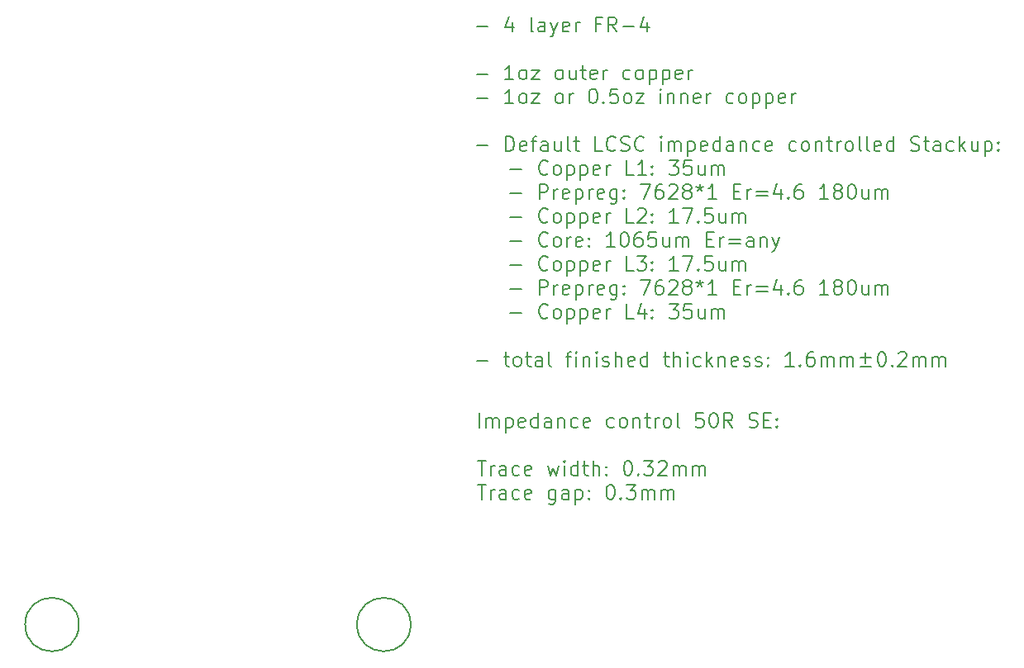
<source format=gbr>
G04 #@! TF.GenerationSoftware,KiCad,Pcbnew,(5.1.0-10-g6006703)*
G04 #@! TF.CreationDate,2019-04-13T18:37:01+08:00*
G04 #@! TF.ProjectId,cicada,63696361-6461-42e6-9b69-6361645f7063,0.1*
G04 #@! TF.SameCoordinates,PX7cee6c0PY3dfd240*
G04 #@! TF.FileFunction,Other,Comment*
%FSLAX46Y46*%
G04 Gerber Fmt 4.6, Leading zero omitted, Abs format (unit mm)*
G04 Created by KiCad (PCBNEW (5.1.0-10-g6006703)) date 2019-04-13 18:37:01*
%MOMM*%
%LPD*%
G04 APERTURE LIST*
%ADD10C,0.200000*%
%ADD11C,0.150000*%
G04 APERTURE END LIST*
D10*
X26787142Y-36803571D02*
X26787142Y-35303571D01*
X27501428Y-36803571D02*
X27501428Y-35803571D01*
X27501428Y-35946428D02*
X27572857Y-35875000D01*
X27715714Y-35803571D01*
X27930000Y-35803571D01*
X28072857Y-35875000D01*
X28144285Y-36017857D01*
X28144285Y-36803571D01*
X28144285Y-36017857D02*
X28215714Y-35875000D01*
X28358571Y-35803571D01*
X28572857Y-35803571D01*
X28715714Y-35875000D01*
X28787142Y-36017857D01*
X28787142Y-36803571D01*
X29501428Y-35803571D02*
X29501428Y-37303571D01*
X29501428Y-35875000D02*
X29644285Y-35803571D01*
X29930000Y-35803571D01*
X30072857Y-35875000D01*
X30144285Y-35946428D01*
X30215714Y-36089285D01*
X30215714Y-36517857D01*
X30144285Y-36660714D01*
X30072857Y-36732142D01*
X29930000Y-36803571D01*
X29644285Y-36803571D01*
X29501428Y-36732142D01*
X31430000Y-36732142D02*
X31287142Y-36803571D01*
X31001428Y-36803571D01*
X30858571Y-36732142D01*
X30787142Y-36589285D01*
X30787142Y-36017857D01*
X30858571Y-35875000D01*
X31001428Y-35803571D01*
X31287142Y-35803571D01*
X31430000Y-35875000D01*
X31501428Y-36017857D01*
X31501428Y-36160714D01*
X30787142Y-36303571D01*
X32787142Y-36803571D02*
X32787142Y-35303571D01*
X32787142Y-36732142D02*
X32644285Y-36803571D01*
X32358571Y-36803571D01*
X32215714Y-36732142D01*
X32144285Y-36660714D01*
X32072857Y-36517857D01*
X32072857Y-36089285D01*
X32144285Y-35946428D01*
X32215714Y-35875000D01*
X32358571Y-35803571D01*
X32644285Y-35803571D01*
X32787142Y-35875000D01*
X34144285Y-36803571D02*
X34144285Y-36017857D01*
X34072857Y-35875000D01*
X33930000Y-35803571D01*
X33644285Y-35803571D01*
X33501428Y-35875000D01*
X34144285Y-36732142D02*
X34001428Y-36803571D01*
X33644285Y-36803571D01*
X33501428Y-36732142D01*
X33430000Y-36589285D01*
X33430000Y-36446428D01*
X33501428Y-36303571D01*
X33644285Y-36232142D01*
X34001428Y-36232142D01*
X34144285Y-36160714D01*
X34858571Y-35803571D02*
X34858571Y-36803571D01*
X34858571Y-35946428D02*
X34930000Y-35875000D01*
X35072857Y-35803571D01*
X35287142Y-35803571D01*
X35430000Y-35875000D01*
X35501428Y-36017857D01*
X35501428Y-36803571D01*
X36858571Y-36732142D02*
X36715714Y-36803571D01*
X36430000Y-36803571D01*
X36287142Y-36732142D01*
X36215714Y-36660714D01*
X36144285Y-36517857D01*
X36144285Y-36089285D01*
X36215714Y-35946428D01*
X36287142Y-35875000D01*
X36430000Y-35803571D01*
X36715714Y-35803571D01*
X36858571Y-35875000D01*
X38072857Y-36732142D02*
X37930000Y-36803571D01*
X37644285Y-36803571D01*
X37501428Y-36732142D01*
X37430000Y-36589285D01*
X37430000Y-36017857D01*
X37501428Y-35875000D01*
X37644285Y-35803571D01*
X37930000Y-35803571D01*
X38072857Y-35875000D01*
X38144285Y-36017857D01*
X38144285Y-36160714D01*
X37430000Y-36303571D01*
X40572857Y-36732142D02*
X40430000Y-36803571D01*
X40144285Y-36803571D01*
X40001428Y-36732142D01*
X39930000Y-36660714D01*
X39858571Y-36517857D01*
X39858571Y-36089285D01*
X39930000Y-35946428D01*
X40001428Y-35875000D01*
X40144285Y-35803571D01*
X40430000Y-35803571D01*
X40572857Y-35875000D01*
X41430000Y-36803571D02*
X41287142Y-36732142D01*
X41215714Y-36660714D01*
X41144285Y-36517857D01*
X41144285Y-36089285D01*
X41215714Y-35946428D01*
X41287142Y-35875000D01*
X41430000Y-35803571D01*
X41644285Y-35803571D01*
X41787142Y-35875000D01*
X41858571Y-35946428D01*
X41930000Y-36089285D01*
X41930000Y-36517857D01*
X41858571Y-36660714D01*
X41787142Y-36732142D01*
X41644285Y-36803571D01*
X41430000Y-36803571D01*
X42572857Y-35803571D02*
X42572857Y-36803571D01*
X42572857Y-35946428D02*
X42644285Y-35875000D01*
X42787142Y-35803571D01*
X43001428Y-35803571D01*
X43144285Y-35875000D01*
X43215714Y-36017857D01*
X43215714Y-36803571D01*
X43715714Y-35803571D02*
X44287142Y-35803571D01*
X43930000Y-35303571D02*
X43930000Y-36589285D01*
X44001428Y-36732142D01*
X44144285Y-36803571D01*
X44287142Y-36803571D01*
X44787142Y-36803571D02*
X44787142Y-35803571D01*
X44787142Y-36089285D02*
X44858571Y-35946428D01*
X44930000Y-35875000D01*
X45072857Y-35803571D01*
X45215714Y-35803571D01*
X45930000Y-36803571D02*
X45787142Y-36732142D01*
X45715714Y-36660714D01*
X45644285Y-36517857D01*
X45644285Y-36089285D01*
X45715714Y-35946428D01*
X45787142Y-35875000D01*
X45930000Y-35803571D01*
X46144285Y-35803571D01*
X46287142Y-35875000D01*
X46358571Y-35946428D01*
X46430000Y-36089285D01*
X46430000Y-36517857D01*
X46358571Y-36660714D01*
X46287142Y-36732142D01*
X46144285Y-36803571D01*
X45930000Y-36803571D01*
X47287142Y-36803571D02*
X47144285Y-36732142D01*
X47072857Y-36589285D01*
X47072857Y-35303571D01*
X49715714Y-35303571D02*
X49001428Y-35303571D01*
X48930000Y-36017857D01*
X49001428Y-35946428D01*
X49144285Y-35875000D01*
X49501428Y-35875000D01*
X49644285Y-35946428D01*
X49715714Y-36017857D01*
X49787142Y-36160714D01*
X49787142Y-36517857D01*
X49715714Y-36660714D01*
X49644285Y-36732142D01*
X49501428Y-36803571D01*
X49144285Y-36803571D01*
X49001428Y-36732142D01*
X48930000Y-36660714D01*
X50715714Y-35303571D02*
X50858571Y-35303571D01*
X51001428Y-35375000D01*
X51072857Y-35446428D01*
X51144285Y-35589285D01*
X51215714Y-35875000D01*
X51215714Y-36232142D01*
X51144285Y-36517857D01*
X51072857Y-36660714D01*
X51001428Y-36732142D01*
X50858571Y-36803571D01*
X50715714Y-36803571D01*
X50572857Y-36732142D01*
X50501428Y-36660714D01*
X50430000Y-36517857D01*
X50358571Y-36232142D01*
X50358571Y-35875000D01*
X50430000Y-35589285D01*
X50501428Y-35446428D01*
X50572857Y-35375000D01*
X50715714Y-35303571D01*
X52715714Y-36803571D02*
X52215714Y-36089285D01*
X51858571Y-36803571D02*
X51858571Y-35303571D01*
X52430000Y-35303571D01*
X52572857Y-35375000D01*
X52644285Y-35446428D01*
X52715714Y-35589285D01*
X52715714Y-35803571D01*
X52644285Y-35946428D01*
X52572857Y-36017857D01*
X52430000Y-36089285D01*
X51858571Y-36089285D01*
X54430000Y-36732142D02*
X54644285Y-36803571D01*
X55001428Y-36803571D01*
X55144285Y-36732142D01*
X55215714Y-36660714D01*
X55287142Y-36517857D01*
X55287142Y-36375000D01*
X55215714Y-36232142D01*
X55144285Y-36160714D01*
X55001428Y-36089285D01*
X54715714Y-36017857D01*
X54572857Y-35946428D01*
X54501428Y-35875000D01*
X54430000Y-35732142D01*
X54430000Y-35589285D01*
X54501428Y-35446428D01*
X54572857Y-35375000D01*
X54715714Y-35303571D01*
X55072857Y-35303571D01*
X55287142Y-35375000D01*
X55930000Y-36017857D02*
X56430000Y-36017857D01*
X56644285Y-36803571D02*
X55930000Y-36803571D01*
X55930000Y-35303571D01*
X56644285Y-35303571D01*
X57287142Y-36660714D02*
X57358571Y-36732142D01*
X57287142Y-36803571D01*
X57215714Y-36732142D01*
X57287142Y-36660714D01*
X57287142Y-36803571D01*
X57287142Y-35875000D02*
X57358571Y-35946428D01*
X57287142Y-36017857D01*
X57215714Y-35946428D01*
X57287142Y-35875000D01*
X57287142Y-36017857D01*
X26572857Y-40203571D02*
X27430000Y-40203571D01*
X27001428Y-41703571D02*
X27001428Y-40203571D01*
X27930000Y-41703571D02*
X27930000Y-40703571D01*
X27930000Y-40989285D02*
X28001428Y-40846428D01*
X28072857Y-40775000D01*
X28215714Y-40703571D01*
X28358571Y-40703571D01*
X29501428Y-41703571D02*
X29501428Y-40917857D01*
X29430000Y-40775000D01*
X29287142Y-40703571D01*
X29001428Y-40703571D01*
X28858571Y-40775000D01*
X29501428Y-41632142D02*
X29358571Y-41703571D01*
X29001428Y-41703571D01*
X28858571Y-41632142D01*
X28787142Y-41489285D01*
X28787142Y-41346428D01*
X28858571Y-41203571D01*
X29001428Y-41132142D01*
X29358571Y-41132142D01*
X29501428Y-41060714D01*
X30858571Y-41632142D02*
X30715714Y-41703571D01*
X30430000Y-41703571D01*
X30287142Y-41632142D01*
X30215714Y-41560714D01*
X30144285Y-41417857D01*
X30144285Y-40989285D01*
X30215714Y-40846428D01*
X30287142Y-40775000D01*
X30430000Y-40703571D01*
X30715714Y-40703571D01*
X30858571Y-40775000D01*
X32072857Y-41632142D02*
X31930000Y-41703571D01*
X31644285Y-41703571D01*
X31501428Y-41632142D01*
X31430000Y-41489285D01*
X31430000Y-40917857D01*
X31501428Y-40775000D01*
X31644285Y-40703571D01*
X31930000Y-40703571D01*
X32072857Y-40775000D01*
X32144285Y-40917857D01*
X32144285Y-41060714D01*
X31430000Y-41203571D01*
X33787142Y-40703571D02*
X34072857Y-41703571D01*
X34358571Y-40989285D01*
X34644285Y-41703571D01*
X34930000Y-40703571D01*
X35501428Y-41703571D02*
X35501428Y-40703571D01*
X35501428Y-40203571D02*
X35430000Y-40275000D01*
X35501428Y-40346428D01*
X35572857Y-40275000D01*
X35501428Y-40203571D01*
X35501428Y-40346428D01*
X36858571Y-41703571D02*
X36858571Y-40203571D01*
X36858571Y-41632142D02*
X36715714Y-41703571D01*
X36430000Y-41703571D01*
X36287142Y-41632142D01*
X36215714Y-41560714D01*
X36144285Y-41417857D01*
X36144285Y-40989285D01*
X36215714Y-40846428D01*
X36287142Y-40775000D01*
X36430000Y-40703571D01*
X36715714Y-40703571D01*
X36858571Y-40775000D01*
X37358571Y-40703571D02*
X37930000Y-40703571D01*
X37572857Y-40203571D02*
X37572857Y-41489285D01*
X37644285Y-41632142D01*
X37787142Y-41703571D01*
X37930000Y-41703571D01*
X38430000Y-41703571D02*
X38430000Y-40203571D01*
X39072857Y-41703571D02*
X39072857Y-40917857D01*
X39001428Y-40775000D01*
X38858571Y-40703571D01*
X38644285Y-40703571D01*
X38501428Y-40775000D01*
X38430000Y-40846428D01*
X39787142Y-41560714D02*
X39858571Y-41632142D01*
X39787142Y-41703571D01*
X39715714Y-41632142D01*
X39787142Y-41560714D01*
X39787142Y-41703571D01*
X39787142Y-40775000D02*
X39858571Y-40846428D01*
X39787142Y-40917857D01*
X39715714Y-40846428D01*
X39787142Y-40775000D01*
X39787142Y-40917857D01*
X41930000Y-40203571D02*
X42072857Y-40203571D01*
X42215714Y-40275000D01*
X42287142Y-40346428D01*
X42358571Y-40489285D01*
X42430000Y-40775000D01*
X42430000Y-41132142D01*
X42358571Y-41417857D01*
X42287142Y-41560714D01*
X42215714Y-41632142D01*
X42072857Y-41703571D01*
X41930000Y-41703571D01*
X41787142Y-41632142D01*
X41715714Y-41560714D01*
X41644285Y-41417857D01*
X41572857Y-41132142D01*
X41572857Y-40775000D01*
X41644285Y-40489285D01*
X41715714Y-40346428D01*
X41787142Y-40275000D01*
X41930000Y-40203571D01*
X43072857Y-41560714D02*
X43144285Y-41632142D01*
X43072857Y-41703571D01*
X43001428Y-41632142D01*
X43072857Y-41560714D01*
X43072857Y-41703571D01*
X43644285Y-40203571D02*
X44572857Y-40203571D01*
X44072857Y-40775000D01*
X44287142Y-40775000D01*
X44430000Y-40846428D01*
X44501428Y-40917857D01*
X44572857Y-41060714D01*
X44572857Y-41417857D01*
X44501428Y-41560714D01*
X44430000Y-41632142D01*
X44287142Y-41703571D01*
X43858571Y-41703571D01*
X43715714Y-41632142D01*
X43644285Y-41560714D01*
X45144285Y-40346428D02*
X45215714Y-40275000D01*
X45358571Y-40203571D01*
X45715714Y-40203571D01*
X45858571Y-40275000D01*
X45930000Y-40346428D01*
X46001428Y-40489285D01*
X46001428Y-40632142D01*
X45930000Y-40846428D01*
X45072857Y-41703571D01*
X46001428Y-41703571D01*
X46644285Y-41703571D02*
X46644285Y-40703571D01*
X46644285Y-40846428D02*
X46715714Y-40775000D01*
X46858571Y-40703571D01*
X47072857Y-40703571D01*
X47215714Y-40775000D01*
X47287142Y-40917857D01*
X47287142Y-41703571D01*
X47287142Y-40917857D02*
X47358571Y-40775000D01*
X47501428Y-40703571D01*
X47715714Y-40703571D01*
X47858571Y-40775000D01*
X47930000Y-40917857D01*
X47930000Y-41703571D01*
X48644285Y-41703571D02*
X48644285Y-40703571D01*
X48644285Y-40846428D02*
X48715714Y-40775000D01*
X48858571Y-40703571D01*
X49072857Y-40703571D01*
X49215714Y-40775000D01*
X49287142Y-40917857D01*
X49287142Y-41703571D01*
X49287142Y-40917857D02*
X49358571Y-40775000D01*
X49501428Y-40703571D01*
X49715714Y-40703571D01*
X49858571Y-40775000D01*
X49930000Y-40917857D01*
X49930000Y-41703571D01*
X26572857Y-42653571D02*
X27430000Y-42653571D01*
X27001428Y-44153571D02*
X27001428Y-42653571D01*
X27930000Y-44153571D02*
X27930000Y-43153571D01*
X27930000Y-43439285D02*
X28001428Y-43296428D01*
X28072857Y-43225000D01*
X28215714Y-43153571D01*
X28358571Y-43153571D01*
X29501428Y-44153571D02*
X29501428Y-43367857D01*
X29430000Y-43225000D01*
X29287142Y-43153571D01*
X29001428Y-43153571D01*
X28858571Y-43225000D01*
X29501428Y-44082142D02*
X29358571Y-44153571D01*
X29001428Y-44153571D01*
X28858571Y-44082142D01*
X28787142Y-43939285D01*
X28787142Y-43796428D01*
X28858571Y-43653571D01*
X29001428Y-43582142D01*
X29358571Y-43582142D01*
X29501428Y-43510714D01*
X30858571Y-44082142D02*
X30715714Y-44153571D01*
X30430000Y-44153571D01*
X30287142Y-44082142D01*
X30215714Y-44010714D01*
X30144285Y-43867857D01*
X30144285Y-43439285D01*
X30215714Y-43296428D01*
X30287142Y-43225000D01*
X30430000Y-43153571D01*
X30715714Y-43153571D01*
X30858571Y-43225000D01*
X32072857Y-44082142D02*
X31930000Y-44153571D01*
X31644285Y-44153571D01*
X31501428Y-44082142D01*
X31430000Y-43939285D01*
X31430000Y-43367857D01*
X31501428Y-43225000D01*
X31644285Y-43153571D01*
X31930000Y-43153571D01*
X32072857Y-43225000D01*
X32144285Y-43367857D01*
X32144285Y-43510714D01*
X31430000Y-43653571D01*
X34572857Y-43153571D02*
X34572857Y-44367857D01*
X34501428Y-44510714D01*
X34430000Y-44582142D01*
X34287142Y-44653571D01*
X34072857Y-44653571D01*
X33930000Y-44582142D01*
X34572857Y-44082142D02*
X34430000Y-44153571D01*
X34144285Y-44153571D01*
X34001428Y-44082142D01*
X33930000Y-44010714D01*
X33858571Y-43867857D01*
X33858571Y-43439285D01*
X33930000Y-43296428D01*
X34001428Y-43225000D01*
X34144285Y-43153571D01*
X34430000Y-43153571D01*
X34572857Y-43225000D01*
X35930000Y-44153571D02*
X35930000Y-43367857D01*
X35858571Y-43225000D01*
X35715714Y-43153571D01*
X35430000Y-43153571D01*
X35287142Y-43225000D01*
X35930000Y-44082142D02*
X35787142Y-44153571D01*
X35430000Y-44153571D01*
X35287142Y-44082142D01*
X35215714Y-43939285D01*
X35215714Y-43796428D01*
X35287142Y-43653571D01*
X35430000Y-43582142D01*
X35787142Y-43582142D01*
X35930000Y-43510714D01*
X36644285Y-43153571D02*
X36644285Y-44653571D01*
X36644285Y-43225000D02*
X36787142Y-43153571D01*
X37072857Y-43153571D01*
X37215714Y-43225000D01*
X37287142Y-43296428D01*
X37358571Y-43439285D01*
X37358571Y-43867857D01*
X37287142Y-44010714D01*
X37215714Y-44082142D01*
X37072857Y-44153571D01*
X36787142Y-44153571D01*
X36644285Y-44082142D01*
X38001428Y-44010714D02*
X38072857Y-44082142D01*
X38001428Y-44153571D01*
X37930000Y-44082142D01*
X38001428Y-44010714D01*
X38001428Y-44153571D01*
X38001428Y-43225000D02*
X38072857Y-43296428D01*
X38001428Y-43367857D01*
X37930000Y-43296428D01*
X38001428Y-43225000D01*
X38001428Y-43367857D01*
X40144285Y-42653571D02*
X40287142Y-42653571D01*
X40430000Y-42725000D01*
X40501428Y-42796428D01*
X40572857Y-42939285D01*
X40644285Y-43225000D01*
X40644285Y-43582142D01*
X40572857Y-43867857D01*
X40501428Y-44010714D01*
X40430000Y-44082142D01*
X40287142Y-44153571D01*
X40144285Y-44153571D01*
X40001428Y-44082142D01*
X39930000Y-44010714D01*
X39858571Y-43867857D01*
X39787142Y-43582142D01*
X39787142Y-43225000D01*
X39858571Y-42939285D01*
X39930000Y-42796428D01*
X40001428Y-42725000D01*
X40144285Y-42653571D01*
X41287142Y-44010714D02*
X41358571Y-44082142D01*
X41287142Y-44153571D01*
X41215714Y-44082142D01*
X41287142Y-44010714D01*
X41287142Y-44153571D01*
X41858571Y-42653571D02*
X42787142Y-42653571D01*
X42287142Y-43225000D01*
X42501428Y-43225000D01*
X42644285Y-43296428D01*
X42715714Y-43367857D01*
X42787142Y-43510714D01*
X42787142Y-43867857D01*
X42715714Y-44010714D01*
X42644285Y-44082142D01*
X42501428Y-44153571D01*
X42072857Y-44153571D01*
X41930000Y-44082142D01*
X41858571Y-44010714D01*
X43430000Y-44153571D02*
X43430000Y-43153571D01*
X43430000Y-43296428D02*
X43501428Y-43225000D01*
X43644285Y-43153571D01*
X43858571Y-43153571D01*
X44001428Y-43225000D01*
X44072857Y-43367857D01*
X44072857Y-44153571D01*
X44072857Y-43367857D02*
X44144285Y-43225000D01*
X44287142Y-43153571D01*
X44501428Y-43153571D01*
X44644285Y-43225000D01*
X44715714Y-43367857D01*
X44715714Y-44153571D01*
X45430000Y-44153571D02*
X45430000Y-43153571D01*
X45430000Y-43296428D02*
X45501428Y-43225000D01*
X45644285Y-43153571D01*
X45858571Y-43153571D01*
X46001428Y-43225000D01*
X46072857Y-43367857D01*
X46072857Y-44153571D01*
X46072857Y-43367857D02*
X46144285Y-43225000D01*
X46287142Y-43153571D01*
X46501428Y-43153571D01*
X46644285Y-43225000D01*
X46715714Y-43367857D01*
X46715714Y-44153571D01*
X26507142Y4352858D02*
X27650000Y4352858D01*
X30150000Y4781429D02*
X30150000Y3781429D01*
X29792857Y5352858D02*
X29435714Y4281429D01*
X30364285Y4281429D01*
X32292857Y3781429D02*
X32150000Y3852858D01*
X32078571Y3995715D01*
X32078571Y5281429D01*
X33507142Y3781429D02*
X33507142Y4567143D01*
X33435714Y4710000D01*
X33292857Y4781429D01*
X33007142Y4781429D01*
X32864285Y4710000D01*
X33507142Y3852858D02*
X33364285Y3781429D01*
X33007142Y3781429D01*
X32864285Y3852858D01*
X32792857Y3995715D01*
X32792857Y4138572D01*
X32864285Y4281429D01*
X33007142Y4352858D01*
X33364285Y4352858D01*
X33507142Y4424286D01*
X34078571Y4781429D02*
X34435714Y3781429D01*
X34792857Y4781429D02*
X34435714Y3781429D01*
X34292857Y3424286D01*
X34221428Y3352858D01*
X34078571Y3281429D01*
X35935714Y3852858D02*
X35792857Y3781429D01*
X35507142Y3781429D01*
X35364285Y3852858D01*
X35292857Y3995715D01*
X35292857Y4567143D01*
X35364285Y4710000D01*
X35507142Y4781429D01*
X35792857Y4781429D01*
X35935714Y4710000D01*
X36007142Y4567143D01*
X36007142Y4424286D01*
X35292857Y4281429D01*
X36650000Y3781429D02*
X36650000Y4781429D01*
X36650000Y4495715D02*
X36721428Y4638572D01*
X36792857Y4710000D01*
X36935714Y4781429D01*
X37078571Y4781429D01*
X39221428Y4567143D02*
X38721428Y4567143D01*
X38721428Y3781429D02*
X38721428Y5281429D01*
X39435714Y5281429D01*
X40864285Y3781429D02*
X40364285Y4495715D01*
X40007142Y3781429D02*
X40007142Y5281429D01*
X40578571Y5281429D01*
X40721428Y5210000D01*
X40792857Y5138572D01*
X40864285Y4995715D01*
X40864285Y4781429D01*
X40792857Y4638572D01*
X40721428Y4567143D01*
X40578571Y4495715D01*
X40007142Y4495715D01*
X41507142Y4352858D02*
X42650000Y4352858D01*
X44007142Y4781429D02*
X44007142Y3781429D01*
X43650000Y5352858D02*
X43292857Y4281429D01*
X44221428Y4281429D01*
X26507142Y-547142D02*
X27650000Y-547142D01*
X30292857Y-1118571D02*
X29435714Y-1118571D01*
X29864285Y-1118571D02*
X29864285Y381429D01*
X29721428Y167143D01*
X29578571Y24286D01*
X29435714Y-47142D01*
X31150000Y-1118571D02*
X31007142Y-1047142D01*
X30935714Y-975714D01*
X30864285Y-832857D01*
X30864285Y-404285D01*
X30935714Y-261428D01*
X31007142Y-190000D01*
X31150000Y-118571D01*
X31364285Y-118571D01*
X31507142Y-190000D01*
X31578571Y-261428D01*
X31650000Y-404285D01*
X31650000Y-832857D01*
X31578571Y-975714D01*
X31507142Y-1047142D01*
X31364285Y-1118571D01*
X31150000Y-1118571D01*
X32150000Y-118571D02*
X32935714Y-118571D01*
X32150000Y-1118571D01*
X32935714Y-1118571D01*
X34864285Y-1118571D02*
X34721428Y-1047142D01*
X34650000Y-975714D01*
X34578571Y-832857D01*
X34578571Y-404285D01*
X34650000Y-261428D01*
X34721428Y-190000D01*
X34864285Y-118571D01*
X35078571Y-118571D01*
X35221428Y-190000D01*
X35292857Y-261428D01*
X35364285Y-404285D01*
X35364285Y-832857D01*
X35292857Y-975714D01*
X35221428Y-1047142D01*
X35078571Y-1118571D01*
X34864285Y-1118571D01*
X36650000Y-118571D02*
X36650000Y-1118571D01*
X36007142Y-118571D02*
X36007142Y-904285D01*
X36078571Y-1047142D01*
X36221428Y-1118571D01*
X36435714Y-1118571D01*
X36578571Y-1047142D01*
X36650000Y-975714D01*
X37150000Y-118571D02*
X37721428Y-118571D01*
X37364285Y381429D02*
X37364285Y-904285D01*
X37435714Y-1047142D01*
X37578571Y-1118571D01*
X37721428Y-1118571D01*
X38792857Y-1047142D02*
X38650000Y-1118571D01*
X38364285Y-1118571D01*
X38221428Y-1047142D01*
X38150000Y-904285D01*
X38150000Y-332857D01*
X38221428Y-190000D01*
X38364285Y-118571D01*
X38650000Y-118571D01*
X38792857Y-190000D01*
X38864285Y-332857D01*
X38864285Y-475714D01*
X38150000Y-618571D01*
X39507142Y-1118571D02*
X39507142Y-118571D01*
X39507142Y-404285D02*
X39578571Y-261428D01*
X39650000Y-190000D01*
X39792857Y-118571D01*
X39935714Y-118571D01*
X42221428Y-1047142D02*
X42078571Y-1118571D01*
X41792857Y-1118571D01*
X41650000Y-1047142D01*
X41578571Y-975714D01*
X41507142Y-832857D01*
X41507142Y-404285D01*
X41578571Y-261428D01*
X41650000Y-190000D01*
X41792857Y-118571D01*
X42078571Y-118571D01*
X42221428Y-190000D01*
X43078571Y-1118571D02*
X42935714Y-1047142D01*
X42864285Y-975714D01*
X42792857Y-832857D01*
X42792857Y-404285D01*
X42864285Y-261428D01*
X42935714Y-190000D01*
X43078571Y-118571D01*
X43292857Y-118571D01*
X43435714Y-190000D01*
X43507142Y-261428D01*
X43578571Y-404285D01*
X43578571Y-832857D01*
X43507142Y-975714D01*
X43435714Y-1047142D01*
X43292857Y-1118571D01*
X43078571Y-1118571D01*
X44221428Y-118571D02*
X44221428Y-1618571D01*
X44221428Y-190000D02*
X44364285Y-118571D01*
X44650000Y-118571D01*
X44792857Y-190000D01*
X44864285Y-261428D01*
X44935714Y-404285D01*
X44935714Y-832857D01*
X44864285Y-975714D01*
X44792857Y-1047142D01*
X44650000Y-1118571D01*
X44364285Y-1118571D01*
X44221428Y-1047142D01*
X45578571Y-118571D02*
X45578571Y-1618571D01*
X45578571Y-190000D02*
X45721428Y-118571D01*
X46007142Y-118571D01*
X46150000Y-190000D01*
X46221428Y-261428D01*
X46292857Y-404285D01*
X46292857Y-832857D01*
X46221428Y-975714D01*
X46150000Y-1047142D01*
X46007142Y-1118571D01*
X45721428Y-1118571D01*
X45578571Y-1047142D01*
X47507142Y-1047142D02*
X47364285Y-1118571D01*
X47078571Y-1118571D01*
X46935714Y-1047142D01*
X46864285Y-904285D01*
X46864285Y-332857D01*
X46935714Y-190000D01*
X47078571Y-118571D01*
X47364285Y-118571D01*
X47507142Y-190000D01*
X47578571Y-332857D01*
X47578571Y-475714D01*
X46864285Y-618571D01*
X48221428Y-1118571D02*
X48221428Y-118571D01*
X48221428Y-404285D02*
X48292857Y-261428D01*
X48364285Y-190000D01*
X48507142Y-118571D01*
X48650000Y-118571D01*
X26507142Y-2997142D02*
X27650000Y-2997142D01*
X30292857Y-3568571D02*
X29435714Y-3568571D01*
X29864285Y-3568571D02*
X29864285Y-2068571D01*
X29721428Y-2282857D01*
X29578571Y-2425714D01*
X29435714Y-2497142D01*
X31150000Y-3568571D02*
X31007142Y-3497142D01*
X30935714Y-3425714D01*
X30864285Y-3282857D01*
X30864285Y-2854285D01*
X30935714Y-2711428D01*
X31007142Y-2640000D01*
X31150000Y-2568571D01*
X31364285Y-2568571D01*
X31507142Y-2640000D01*
X31578571Y-2711428D01*
X31650000Y-2854285D01*
X31650000Y-3282857D01*
X31578571Y-3425714D01*
X31507142Y-3497142D01*
X31364285Y-3568571D01*
X31150000Y-3568571D01*
X32150000Y-2568571D02*
X32935714Y-2568571D01*
X32150000Y-3568571D01*
X32935714Y-3568571D01*
X34864285Y-3568571D02*
X34721428Y-3497142D01*
X34650000Y-3425714D01*
X34578571Y-3282857D01*
X34578571Y-2854285D01*
X34650000Y-2711428D01*
X34721428Y-2640000D01*
X34864285Y-2568571D01*
X35078571Y-2568571D01*
X35221428Y-2640000D01*
X35292857Y-2711428D01*
X35364285Y-2854285D01*
X35364285Y-3282857D01*
X35292857Y-3425714D01*
X35221428Y-3497142D01*
X35078571Y-3568571D01*
X34864285Y-3568571D01*
X36007142Y-3568571D02*
X36007142Y-2568571D01*
X36007142Y-2854285D02*
X36078571Y-2711428D01*
X36150000Y-2640000D01*
X36292857Y-2568571D01*
X36435714Y-2568571D01*
X38364285Y-2068571D02*
X38507142Y-2068571D01*
X38650000Y-2140000D01*
X38721428Y-2211428D01*
X38792857Y-2354285D01*
X38864285Y-2640000D01*
X38864285Y-2997142D01*
X38792857Y-3282857D01*
X38721428Y-3425714D01*
X38650000Y-3497142D01*
X38507142Y-3568571D01*
X38364285Y-3568571D01*
X38221428Y-3497142D01*
X38150000Y-3425714D01*
X38078571Y-3282857D01*
X38007142Y-2997142D01*
X38007142Y-2640000D01*
X38078571Y-2354285D01*
X38150000Y-2211428D01*
X38221428Y-2140000D01*
X38364285Y-2068571D01*
X39507142Y-3425714D02*
X39578571Y-3497142D01*
X39507142Y-3568571D01*
X39435714Y-3497142D01*
X39507142Y-3425714D01*
X39507142Y-3568571D01*
X40935714Y-2068571D02*
X40221428Y-2068571D01*
X40150000Y-2782857D01*
X40221428Y-2711428D01*
X40364285Y-2640000D01*
X40721428Y-2640000D01*
X40864285Y-2711428D01*
X40935714Y-2782857D01*
X41007142Y-2925714D01*
X41007142Y-3282857D01*
X40935714Y-3425714D01*
X40864285Y-3497142D01*
X40721428Y-3568571D01*
X40364285Y-3568571D01*
X40221428Y-3497142D01*
X40150000Y-3425714D01*
X41864285Y-3568571D02*
X41721428Y-3497142D01*
X41650000Y-3425714D01*
X41578571Y-3282857D01*
X41578571Y-2854285D01*
X41650000Y-2711428D01*
X41721428Y-2640000D01*
X41864285Y-2568571D01*
X42078571Y-2568571D01*
X42221428Y-2640000D01*
X42292857Y-2711428D01*
X42364285Y-2854285D01*
X42364285Y-3282857D01*
X42292857Y-3425714D01*
X42221428Y-3497142D01*
X42078571Y-3568571D01*
X41864285Y-3568571D01*
X42864285Y-2568571D02*
X43650000Y-2568571D01*
X42864285Y-3568571D01*
X43650000Y-3568571D01*
X45364285Y-3568571D02*
X45364285Y-2568571D01*
X45364285Y-2068571D02*
X45292857Y-2140000D01*
X45364285Y-2211428D01*
X45435714Y-2140000D01*
X45364285Y-2068571D01*
X45364285Y-2211428D01*
X46078571Y-2568571D02*
X46078571Y-3568571D01*
X46078571Y-2711428D02*
X46150000Y-2640000D01*
X46292857Y-2568571D01*
X46507142Y-2568571D01*
X46650000Y-2640000D01*
X46721428Y-2782857D01*
X46721428Y-3568571D01*
X47435714Y-2568571D02*
X47435714Y-3568571D01*
X47435714Y-2711428D02*
X47507142Y-2640000D01*
X47650000Y-2568571D01*
X47864285Y-2568571D01*
X48007142Y-2640000D01*
X48078571Y-2782857D01*
X48078571Y-3568571D01*
X49364285Y-3497142D02*
X49221428Y-3568571D01*
X48935714Y-3568571D01*
X48792857Y-3497142D01*
X48721428Y-3354285D01*
X48721428Y-2782857D01*
X48792857Y-2640000D01*
X48935714Y-2568571D01*
X49221428Y-2568571D01*
X49364285Y-2640000D01*
X49435714Y-2782857D01*
X49435714Y-2925714D01*
X48721428Y-3068571D01*
X50078571Y-3568571D02*
X50078571Y-2568571D01*
X50078571Y-2854285D02*
X50150000Y-2711428D01*
X50221428Y-2640000D01*
X50364285Y-2568571D01*
X50507142Y-2568571D01*
X52792857Y-3497142D02*
X52650000Y-3568571D01*
X52364285Y-3568571D01*
X52221428Y-3497142D01*
X52150000Y-3425714D01*
X52078571Y-3282857D01*
X52078571Y-2854285D01*
X52150000Y-2711428D01*
X52221428Y-2640000D01*
X52364285Y-2568571D01*
X52650000Y-2568571D01*
X52792857Y-2640000D01*
X53650000Y-3568571D02*
X53507142Y-3497142D01*
X53435714Y-3425714D01*
X53364285Y-3282857D01*
X53364285Y-2854285D01*
X53435714Y-2711428D01*
X53507142Y-2640000D01*
X53650000Y-2568571D01*
X53864285Y-2568571D01*
X54007142Y-2640000D01*
X54078571Y-2711428D01*
X54150000Y-2854285D01*
X54150000Y-3282857D01*
X54078571Y-3425714D01*
X54007142Y-3497142D01*
X53864285Y-3568571D01*
X53650000Y-3568571D01*
X54792857Y-2568571D02*
X54792857Y-4068571D01*
X54792857Y-2640000D02*
X54935714Y-2568571D01*
X55221428Y-2568571D01*
X55364285Y-2640000D01*
X55435714Y-2711428D01*
X55507142Y-2854285D01*
X55507142Y-3282857D01*
X55435714Y-3425714D01*
X55364285Y-3497142D01*
X55221428Y-3568571D01*
X54935714Y-3568571D01*
X54792857Y-3497142D01*
X56150000Y-2568571D02*
X56150000Y-4068571D01*
X56150000Y-2640000D02*
X56292857Y-2568571D01*
X56578571Y-2568571D01*
X56721428Y-2640000D01*
X56792857Y-2711428D01*
X56864285Y-2854285D01*
X56864285Y-3282857D01*
X56792857Y-3425714D01*
X56721428Y-3497142D01*
X56578571Y-3568571D01*
X56292857Y-3568571D01*
X56150000Y-3497142D01*
X58078571Y-3497142D02*
X57935714Y-3568571D01*
X57650000Y-3568571D01*
X57507142Y-3497142D01*
X57435714Y-3354285D01*
X57435714Y-2782857D01*
X57507142Y-2640000D01*
X57650000Y-2568571D01*
X57935714Y-2568571D01*
X58078571Y-2640000D01*
X58150000Y-2782857D01*
X58150000Y-2925714D01*
X57435714Y-3068571D01*
X58792857Y-3568571D02*
X58792857Y-2568571D01*
X58792857Y-2854285D02*
X58864285Y-2711428D01*
X58935714Y-2640000D01*
X59078571Y-2568571D01*
X59221428Y-2568571D01*
X26507142Y-7897142D02*
X27650000Y-7897142D01*
X29507142Y-8468571D02*
X29507142Y-6968571D01*
X29864285Y-6968571D01*
X30078571Y-7040000D01*
X30221428Y-7182857D01*
X30292857Y-7325714D01*
X30364285Y-7611428D01*
X30364285Y-7825714D01*
X30292857Y-8111428D01*
X30221428Y-8254285D01*
X30078571Y-8397142D01*
X29864285Y-8468571D01*
X29507142Y-8468571D01*
X31578571Y-8397142D02*
X31435714Y-8468571D01*
X31150000Y-8468571D01*
X31007142Y-8397142D01*
X30935714Y-8254285D01*
X30935714Y-7682857D01*
X31007142Y-7540000D01*
X31150000Y-7468571D01*
X31435714Y-7468571D01*
X31578571Y-7540000D01*
X31650000Y-7682857D01*
X31650000Y-7825714D01*
X30935714Y-7968571D01*
X32078571Y-7468571D02*
X32650000Y-7468571D01*
X32292857Y-8468571D02*
X32292857Y-7182857D01*
X32364285Y-7040000D01*
X32507142Y-6968571D01*
X32650000Y-6968571D01*
X33792857Y-8468571D02*
X33792857Y-7682857D01*
X33721428Y-7540000D01*
X33578571Y-7468571D01*
X33292857Y-7468571D01*
X33150000Y-7540000D01*
X33792857Y-8397142D02*
X33650000Y-8468571D01*
X33292857Y-8468571D01*
X33150000Y-8397142D01*
X33078571Y-8254285D01*
X33078571Y-8111428D01*
X33150000Y-7968571D01*
X33292857Y-7897142D01*
X33650000Y-7897142D01*
X33792857Y-7825714D01*
X35150000Y-7468571D02*
X35150000Y-8468571D01*
X34507142Y-7468571D02*
X34507142Y-8254285D01*
X34578571Y-8397142D01*
X34721428Y-8468571D01*
X34935714Y-8468571D01*
X35078571Y-8397142D01*
X35150000Y-8325714D01*
X36078571Y-8468571D02*
X35935714Y-8397142D01*
X35864285Y-8254285D01*
X35864285Y-6968571D01*
X36435714Y-7468571D02*
X37007142Y-7468571D01*
X36650000Y-6968571D02*
X36650000Y-8254285D01*
X36721428Y-8397142D01*
X36864285Y-8468571D01*
X37007142Y-8468571D01*
X39364285Y-8468571D02*
X38650000Y-8468571D01*
X38650000Y-6968571D01*
X40721428Y-8325714D02*
X40650000Y-8397142D01*
X40435714Y-8468571D01*
X40292857Y-8468571D01*
X40078571Y-8397142D01*
X39935714Y-8254285D01*
X39864285Y-8111428D01*
X39792857Y-7825714D01*
X39792857Y-7611428D01*
X39864285Y-7325714D01*
X39935714Y-7182857D01*
X40078571Y-7040000D01*
X40292857Y-6968571D01*
X40435714Y-6968571D01*
X40650000Y-7040000D01*
X40721428Y-7111428D01*
X41292857Y-8397142D02*
X41507142Y-8468571D01*
X41864285Y-8468571D01*
X42007142Y-8397142D01*
X42078571Y-8325714D01*
X42150000Y-8182857D01*
X42150000Y-8040000D01*
X42078571Y-7897142D01*
X42007142Y-7825714D01*
X41864285Y-7754285D01*
X41578571Y-7682857D01*
X41435714Y-7611428D01*
X41364285Y-7540000D01*
X41292857Y-7397142D01*
X41292857Y-7254285D01*
X41364285Y-7111428D01*
X41435714Y-7040000D01*
X41578571Y-6968571D01*
X41935714Y-6968571D01*
X42150000Y-7040000D01*
X43650000Y-8325714D02*
X43578571Y-8397142D01*
X43364285Y-8468571D01*
X43221428Y-8468571D01*
X43007142Y-8397142D01*
X42864285Y-8254285D01*
X42792857Y-8111428D01*
X42721428Y-7825714D01*
X42721428Y-7611428D01*
X42792857Y-7325714D01*
X42864285Y-7182857D01*
X43007142Y-7040000D01*
X43221428Y-6968571D01*
X43364285Y-6968571D01*
X43578571Y-7040000D01*
X43650000Y-7111428D01*
X45435714Y-8468571D02*
X45435714Y-7468571D01*
X45435714Y-6968571D02*
X45364285Y-7040000D01*
X45435714Y-7111428D01*
X45507142Y-7040000D01*
X45435714Y-6968571D01*
X45435714Y-7111428D01*
X46150000Y-8468571D02*
X46150000Y-7468571D01*
X46150000Y-7611428D02*
X46221428Y-7540000D01*
X46364285Y-7468571D01*
X46578571Y-7468571D01*
X46721428Y-7540000D01*
X46792857Y-7682857D01*
X46792857Y-8468571D01*
X46792857Y-7682857D02*
X46864285Y-7540000D01*
X47007142Y-7468571D01*
X47221428Y-7468571D01*
X47364285Y-7540000D01*
X47435714Y-7682857D01*
X47435714Y-8468571D01*
X48150000Y-7468571D02*
X48150000Y-8968571D01*
X48150000Y-7540000D02*
X48292857Y-7468571D01*
X48578571Y-7468571D01*
X48721428Y-7540000D01*
X48792857Y-7611428D01*
X48864285Y-7754285D01*
X48864285Y-8182857D01*
X48792857Y-8325714D01*
X48721428Y-8397142D01*
X48578571Y-8468571D01*
X48292857Y-8468571D01*
X48150000Y-8397142D01*
X50078571Y-8397142D02*
X49935714Y-8468571D01*
X49650000Y-8468571D01*
X49507142Y-8397142D01*
X49435714Y-8254285D01*
X49435714Y-7682857D01*
X49507142Y-7540000D01*
X49650000Y-7468571D01*
X49935714Y-7468571D01*
X50078571Y-7540000D01*
X50150000Y-7682857D01*
X50150000Y-7825714D01*
X49435714Y-7968571D01*
X51435714Y-8468571D02*
X51435714Y-6968571D01*
X51435714Y-8397142D02*
X51292857Y-8468571D01*
X51007142Y-8468571D01*
X50864285Y-8397142D01*
X50792857Y-8325714D01*
X50721428Y-8182857D01*
X50721428Y-7754285D01*
X50792857Y-7611428D01*
X50864285Y-7540000D01*
X51007142Y-7468571D01*
X51292857Y-7468571D01*
X51435714Y-7540000D01*
X52792857Y-8468571D02*
X52792857Y-7682857D01*
X52721428Y-7540000D01*
X52578571Y-7468571D01*
X52292857Y-7468571D01*
X52150000Y-7540000D01*
X52792857Y-8397142D02*
X52650000Y-8468571D01*
X52292857Y-8468571D01*
X52150000Y-8397142D01*
X52078571Y-8254285D01*
X52078571Y-8111428D01*
X52150000Y-7968571D01*
X52292857Y-7897142D01*
X52650000Y-7897142D01*
X52792857Y-7825714D01*
X53507142Y-7468571D02*
X53507142Y-8468571D01*
X53507142Y-7611428D02*
X53578571Y-7540000D01*
X53721428Y-7468571D01*
X53935714Y-7468571D01*
X54078571Y-7540000D01*
X54150000Y-7682857D01*
X54150000Y-8468571D01*
X55507142Y-8397142D02*
X55364285Y-8468571D01*
X55078571Y-8468571D01*
X54935714Y-8397142D01*
X54864285Y-8325714D01*
X54792857Y-8182857D01*
X54792857Y-7754285D01*
X54864285Y-7611428D01*
X54935714Y-7540000D01*
X55078571Y-7468571D01*
X55364285Y-7468571D01*
X55507142Y-7540000D01*
X56721428Y-8397142D02*
X56578571Y-8468571D01*
X56292857Y-8468571D01*
X56150000Y-8397142D01*
X56078571Y-8254285D01*
X56078571Y-7682857D01*
X56150000Y-7540000D01*
X56292857Y-7468571D01*
X56578571Y-7468571D01*
X56721428Y-7540000D01*
X56792857Y-7682857D01*
X56792857Y-7825714D01*
X56078571Y-7968571D01*
X59221428Y-8397142D02*
X59078571Y-8468571D01*
X58792857Y-8468571D01*
X58650000Y-8397142D01*
X58578571Y-8325714D01*
X58507142Y-8182857D01*
X58507142Y-7754285D01*
X58578571Y-7611428D01*
X58650000Y-7540000D01*
X58792857Y-7468571D01*
X59078571Y-7468571D01*
X59221428Y-7540000D01*
X60078571Y-8468571D02*
X59935714Y-8397142D01*
X59864285Y-8325714D01*
X59792857Y-8182857D01*
X59792857Y-7754285D01*
X59864285Y-7611428D01*
X59935714Y-7540000D01*
X60078571Y-7468571D01*
X60292857Y-7468571D01*
X60435714Y-7540000D01*
X60507142Y-7611428D01*
X60578571Y-7754285D01*
X60578571Y-8182857D01*
X60507142Y-8325714D01*
X60435714Y-8397142D01*
X60292857Y-8468571D01*
X60078571Y-8468571D01*
X61221428Y-7468571D02*
X61221428Y-8468571D01*
X61221428Y-7611428D02*
X61292857Y-7540000D01*
X61435714Y-7468571D01*
X61650000Y-7468571D01*
X61792857Y-7540000D01*
X61864285Y-7682857D01*
X61864285Y-8468571D01*
X62364285Y-7468571D02*
X62935714Y-7468571D01*
X62578571Y-6968571D02*
X62578571Y-8254285D01*
X62650000Y-8397142D01*
X62792857Y-8468571D01*
X62935714Y-8468571D01*
X63435714Y-8468571D02*
X63435714Y-7468571D01*
X63435714Y-7754285D02*
X63507142Y-7611428D01*
X63578571Y-7540000D01*
X63721428Y-7468571D01*
X63864285Y-7468571D01*
X64578571Y-8468571D02*
X64435714Y-8397142D01*
X64364285Y-8325714D01*
X64292857Y-8182857D01*
X64292857Y-7754285D01*
X64364285Y-7611428D01*
X64435714Y-7540000D01*
X64578571Y-7468571D01*
X64792857Y-7468571D01*
X64935714Y-7540000D01*
X65007142Y-7611428D01*
X65078571Y-7754285D01*
X65078571Y-8182857D01*
X65007142Y-8325714D01*
X64935714Y-8397142D01*
X64792857Y-8468571D01*
X64578571Y-8468571D01*
X65935714Y-8468571D02*
X65792857Y-8397142D01*
X65721428Y-8254285D01*
X65721428Y-6968571D01*
X66721428Y-8468571D02*
X66578571Y-8397142D01*
X66507142Y-8254285D01*
X66507142Y-6968571D01*
X67864285Y-8397142D02*
X67721428Y-8468571D01*
X67435714Y-8468571D01*
X67292857Y-8397142D01*
X67221428Y-8254285D01*
X67221428Y-7682857D01*
X67292857Y-7540000D01*
X67435714Y-7468571D01*
X67721428Y-7468571D01*
X67864285Y-7540000D01*
X67935714Y-7682857D01*
X67935714Y-7825714D01*
X67221428Y-7968571D01*
X69221428Y-8468571D02*
X69221428Y-6968571D01*
X69221428Y-8397142D02*
X69078571Y-8468571D01*
X68792857Y-8468571D01*
X68650000Y-8397142D01*
X68578571Y-8325714D01*
X68507142Y-8182857D01*
X68507142Y-7754285D01*
X68578571Y-7611428D01*
X68650000Y-7540000D01*
X68792857Y-7468571D01*
X69078571Y-7468571D01*
X69221428Y-7540000D01*
X71007142Y-8397142D02*
X71221428Y-8468571D01*
X71578571Y-8468571D01*
X71721428Y-8397142D01*
X71792857Y-8325714D01*
X71864285Y-8182857D01*
X71864285Y-8040000D01*
X71792857Y-7897142D01*
X71721428Y-7825714D01*
X71578571Y-7754285D01*
X71292857Y-7682857D01*
X71150000Y-7611428D01*
X71078571Y-7540000D01*
X71007142Y-7397142D01*
X71007142Y-7254285D01*
X71078571Y-7111428D01*
X71150000Y-7040000D01*
X71292857Y-6968571D01*
X71650000Y-6968571D01*
X71864285Y-7040000D01*
X72292857Y-7468571D02*
X72864285Y-7468571D01*
X72507142Y-6968571D02*
X72507142Y-8254285D01*
X72578571Y-8397142D01*
X72721428Y-8468571D01*
X72864285Y-8468571D01*
X74007142Y-8468571D02*
X74007142Y-7682857D01*
X73935714Y-7540000D01*
X73792857Y-7468571D01*
X73507142Y-7468571D01*
X73364285Y-7540000D01*
X74007142Y-8397142D02*
X73864285Y-8468571D01*
X73507142Y-8468571D01*
X73364285Y-8397142D01*
X73292857Y-8254285D01*
X73292857Y-8111428D01*
X73364285Y-7968571D01*
X73507142Y-7897142D01*
X73864285Y-7897142D01*
X74007142Y-7825714D01*
X75364285Y-8397142D02*
X75221428Y-8468571D01*
X74935714Y-8468571D01*
X74792857Y-8397142D01*
X74721428Y-8325714D01*
X74650000Y-8182857D01*
X74650000Y-7754285D01*
X74721428Y-7611428D01*
X74792857Y-7540000D01*
X74935714Y-7468571D01*
X75221428Y-7468571D01*
X75364285Y-7540000D01*
X76007142Y-8468571D02*
X76007142Y-6968571D01*
X76150000Y-7897142D02*
X76578571Y-8468571D01*
X76578571Y-7468571D02*
X76007142Y-8040000D01*
X77864285Y-7468571D02*
X77864285Y-8468571D01*
X77221428Y-7468571D02*
X77221428Y-8254285D01*
X77292857Y-8397142D01*
X77435714Y-8468571D01*
X77650000Y-8468571D01*
X77792857Y-8397142D01*
X77864285Y-8325714D01*
X78578571Y-7468571D02*
X78578571Y-8968571D01*
X78578571Y-7540000D02*
X78721428Y-7468571D01*
X79007142Y-7468571D01*
X79150000Y-7540000D01*
X79221428Y-7611428D01*
X79292857Y-7754285D01*
X79292857Y-8182857D01*
X79221428Y-8325714D01*
X79150000Y-8397142D01*
X79007142Y-8468571D01*
X78721428Y-8468571D01*
X78578571Y-8397142D01*
X79935714Y-8325714D02*
X80007142Y-8397142D01*
X79935714Y-8468571D01*
X79864285Y-8397142D01*
X79935714Y-8325714D01*
X79935714Y-8468571D01*
X79935714Y-7540000D02*
X80007142Y-7611428D01*
X79935714Y-7682857D01*
X79864285Y-7611428D01*
X79935714Y-7540000D01*
X79935714Y-7682857D01*
X29935714Y-10347142D02*
X31078571Y-10347142D01*
X33792857Y-10775714D02*
X33721428Y-10847142D01*
X33507142Y-10918571D01*
X33364285Y-10918571D01*
X33150000Y-10847142D01*
X33007142Y-10704285D01*
X32935714Y-10561428D01*
X32864285Y-10275714D01*
X32864285Y-10061428D01*
X32935714Y-9775714D01*
X33007142Y-9632857D01*
X33150000Y-9490000D01*
X33364285Y-9418571D01*
X33507142Y-9418571D01*
X33721428Y-9490000D01*
X33792857Y-9561428D01*
X34650000Y-10918571D02*
X34507142Y-10847142D01*
X34435714Y-10775714D01*
X34364285Y-10632857D01*
X34364285Y-10204285D01*
X34435714Y-10061428D01*
X34507142Y-9990000D01*
X34650000Y-9918571D01*
X34864285Y-9918571D01*
X35007142Y-9990000D01*
X35078571Y-10061428D01*
X35150000Y-10204285D01*
X35150000Y-10632857D01*
X35078571Y-10775714D01*
X35007142Y-10847142D01*
X34864285Y-10918571D01*
X34650000Y-10918571D01*
X35792857Y-9918571D02*
X35792857Y-11418571D01*
X35792857Y-9990000D02*
X35935714Y-9918571D01*
X36221428Y-9918571D01*
X36364285Y-9990000D01*
X36435714Y-10061428D01*
X36507142Y-10204285D01*
X36507142Y-10632857D01*
X36435714Y-10775714D01*
X36364285Y-10847142D01*
X36221428Y-10918571D01*
X35935714Y-10918571D01*
X35792857Y-10847142D01*
X37150000Y-9918571D02*
X37150000Y-11418571D01*
X37150000Y-9990000D02*
X37292857Y-9918571D01*
X37578571Y-9918571D01*
X37721428Y-9990000D01*
X37792857Y-10061428D01*
X37864285Y-10204285D01*
X37864285Y-10632857D01*
X37792857Y-10775714D01*
X37721428Y-10847142D01*
X37578571Y-10918571D01*
X37292857Y-10918571D01*
X37150000Y-10847142D01*
X39078571Y-10847142D02*
X38935714Y-10918571D01*
X38650000Y-10918571D01*
X38507142Y-10847142D01*
X38435714Y-10704285D01*
X38435714Y-10132857D01*
X38507142Y-9990000D01*
X38650000Y-9918571D01*
X38935714Y-9918571D01*
X39078571Y-9990000D01*
X39150000Y-10132857D01*
X39150000Y-10275714D01*
X38435714Y-10418571D01*
X39792857Y-10918571D02*
X39792857Y-9918571D01*
X39792857Y-10204285D02*
X39864285Y-10061428D01*
X39935714Y-9990000D01*
X40078571Y-9918571D01*
X40221428Y-9918571D01*
X42578571Y-10918571D02*
X41864285Y-10918571D01*
X41864285Y-9418571D01*
X43864285Y-10918571D02*
X43007142Y-10918571D01*
X43435714Y-10918571D02*
X43435714Y-9418571D01*
X43292857Y-9632857D01*
X43150000Y-9775714D01*
X43007142Y-9847142D01*
X44507142Y-10775714D02*
X44578571Y-10847142D01*
X44507142Y-10918571D01*
X44435714Y-10847142D01*
X44507142Y-10775714D01*
X44507142Y-10918571D01*
X44507142Y-9990000D02*
X44578571Y-10061428D01*
X44507142Y-10132857D01*
X44435714Y-10061428D01*
X44507142Y-9990000D01*
X44507142Y-10132857D01*
X46221428Y-9418571D02*
X47150000Y-9418571D01*
X46650000Y-9990000D01*
X46864285Y-9990000D01*
X47007142Y-10061428D01*
X47078571Y-10132857D01*
X47150000Y-10275714D01*
X47150000Y-10632857D01*
X47078571Y-10775714D01*
X47007142Y-10847142D01*
X46864285Y-10918571D01*
X46435714Y-10918571D01*
X46292857Y-10847142D01*
X46221428Y-10775714D01*
X48507142Y-9418571D02*
X47792857Y-9418571D01*
X47721428Y-10132857D01*
X47792857Y-10061428D01*
X47935714Y-9990000D01*
X48292857Y-9990000D01*
X48435714Y-10061428D01*
X48507142Y-10132857D01*
X48578571Y-10275714D01*
X48578571Y-10632857D01*
X48507142Y-10775714D01*
X48435714Y-10847142D01*
X48292857Y-10918571D01*
X47935714Y-10918571D01*
X47792857Y-10847142D01*
X47721428Y-10775714D01*
X49864285Y-9918571D02*
X49864285Y-10918571D01*
X49221428Y-9918571D02*
X49221428Y-10704285D01*
X49292857Y-10847142D01*
X49435714Y-10918571D01*
X49650000Y-10918571D01*
X49792857Y-10847142D01*
X49864285Y-10775714D01*
X50578571Y-10918571D02*
X50578571Y-9918571D01*
X50578571Y-10061428D02*
X50650000Y-9990000D01*
X50792857Y-9918571D01*
X51007142Y-9918571D01*
X51150000Y-9990000D01*
X51221428Y-10132857D01*
X51221428Y-10918571D01*
X51221428Y-10132857D02*
X51292857Y-9990000D01*
X51435714Y-9918571D01*
X51650000Y-9918571D01*
X51792857Y-9990000D01*
X51864285Y-10132857D01*
X51864285Y-10918571D01*
X29935714Y-12797142D02*
X31078571Y-12797142D01*
X32935714Y-13368571D02*
X32935714Y-11868571D01*
X33507142Y-11868571D01*
X33650000Y-11940000D01*
X33721428Y-12011428D01*
X33792857Y-12154285D01*
X33792857Y-12368571D01*
X33721428Y-12511428D01*
X33650000Y-12582857D01*
X33507142Y-12654285D01*
X32935714Y-12654285D01*
X34435714Y-13368571D02*
X34435714Y-12368571D01*
X34435714Y-12654285D02*
X34507142Y-12511428D01*
X34578571Y-12440000D01*
X34721428Y-12368571D01*
X34864285Y-12368571D01*
X35935714Y-13297142D02*
X35792857Y-13368571D01*
X35507142Y-13368571D01*
X35364285Y-13297142D01*
X35292857Y-13154285D01*
X35292857Y-12582857D01*
X35364285Y-12440000D01*
X35507142Y-12368571D01*
X35792857Y-12368571D01*
X35935714Y-12440000D01*
X36007142Y-12582857D01*
X36007142Y-12725714D01*
X35292857Y-12868571D01*
X36650000Y-12368571D02*
X36650000Y-13868571D01*
X36650000Y-12440000D02*
X36792857Y-12368571D01*
X37078571Y-12368571D01*
X37221428Y-12440000D01*
X37292857Y-12511428D01*
X37364285Y-12654285D01*
X37364285Y-13082857D01*
X37292857Y-13225714D01*
X37221428Y-13297142D01*
X37078571Y-13368571D01*
X36792857Y-13368571D01*
X36650000Y-13297142D01*
X38007142Y-13368571D02*
X38007142Y-12368571D01*
X38007142Y-12654285D02*
X38078571Y-12511428D01*
X38150000Y-12440000D01*
X38292857Y-12368571D01*
X38435714Y-12368571D01*
X39507142Y-13297142D02*
X39364285Y-13368571D01*
X39078571Y-13368571D01*
X38935714Y-13297142D01*
X38864285Y-13154285D01*
X38864285Y-12582857D01*
X38935714Y-12440000D01*
X39078571Y-12368571D01*
X39364285Y-12368571D01*
X39507142Y-12440000D01*
X39578571Y-12582857D01*
X39578571Y-12725714D01*
X38864285Y-12868571D01*
X40864285Y-12368571D02*
X40864285Y-13582857D01*
X40792857Y-13725714D01*
X40721428Y-13797142D01*
X40578571Y-13868571D01*
X40364285Y-13868571D01*
X40221428Y-13797142D01*
X40864285Y-13297142D02*
X40721428Y-13368571D01*
X40435714Y-13368571D01*
X40292857Y-13297142D01*
X40221428Y-13225714D01*
X40150000Y-13082857D01*
X40150000Y-12654285D01*
X40221428Y-12511428D01*
X40292857Y-12440000D01*
X40435714Y-12368571D01*
X40721428Y-12368571D01*
X40864285Y-12440000D01*
X41578571Y-13225714D02*
X41650000Y-13297142D01*
X41578571Y-13368571D01*
X41507142Y-13297142D01*
X41578571Y-13225714D01*
X41578571Y-13368571D01*
X41578571Y-12440000D02*
X41650000Y-12511428D01*
X41578571Y-12582857D01*
X41507142Y-12511428D01*
X41578571Y-12440000D01*
X41578571Y-12582857D01*
X43292857Y-11868571D02*
X44292857Y-11868571D01*
X43650000Y-13368571D01*
X45507142Y-11868571D02*
X45221428Y-11868571D01*
X45078571Y-11940000D01*
X45007142Y-12011428D01*
X44864285Y-12225714D01*
X44792857Y-12511428D01*
X44792857Y-13082857D01*
X44864285Y-13225714D01*
X44935714Y-13297142D01*
X45078571Y-13368571D01*
X45364285Y-13368571D01*
X45507142Y-13297142D01*
X45578571Y-13225714D01*
X45650000Y-13082857D01*
X45650000Y-12725714D01*
X45578571Y-12582857D01*
X45507142Y-12511428D01*
X45364285Y-12440000D01*
X45078571Y-12440000D01*
X44935714Y-12511428D01*
X44864285Y-12582857D01*
X44792857Y-12725714D01*
X46221428Y-12011428D02*
X46292857Y-11940000D01*
X46435714Y-11868571D01*
X46792857Y-11868571D01*
X46935714Y-11940000D01*
X47007142Y-12011428D01*
X47078571Y-12154285D01*
X47078571Y-12297142D01*
X47007142Y-12511428D01*
X46150000Y-13368571D01*
X47078571Y-13368571D01*
X47935714Y-12511428D02*
X47792857Y-12440000D01*
X47721428Y-12368571D01*
X47650000Y-12225714D01*
X47650000Y-12154285D01*
X47721428Y-12011428D01*
X47792857Y-11940000D01*
X47935714Y-11868571D01*
X48221428Y-11868571D01*
X48364285Y-11940000D01*
X48435714Y-12011428D01*
X48507142Y-12154285D01*
X48507142Y-12225714D01*
X48435714Y-12368571D01*
X48364285Y-12440000D01*
X48221428Y-12511428D01*
X47935714Y-12511428D01*
X47792857Y-12582857D01*
X47721428Y-12654285D01*
X47650000Y-12797142D01*
X47650000Y-13082857D01*
X47721428Y-13225714D01*
X47792857Y-13297142D01*
X47935714Y-13368571D01*
X48221428Y-13368571D01*
X48364285Y-13297142D01*
X48435714Y-13225714D01*
X48507142Y-13082857D01*
X48507142Y-12797142D01*
X48435714Y-12654285D01*
X48364285Y-12582857D01*
X48221428Y-12511428D01*
X49364285Y-11868571D02*
X49364285Y-12225714D01*
X49007142Y-12082857D02*
X49364285Y-12225714D01*
X49721428Y-12082857D01*
X49150000Y-12511428D02*
X49364285Y-12225714D01*
X49578571Y-12511428D01*
X51078571Y-13368571D02*
X50221428Y-13368571D01*
X50650000Y-13368571D02*
X50650000Y-11868571D01*
X50507142Y-12082857D01*
X50364285Y-12225714D01*
X50221428Y-12297142D01*
X52864285Y-12582857D02*
X53364285Y-12582857D01*
X53578571Y-13368571D02*
X52864285Y-13368571D01*
X52864285Y-11868571D01*
X53578571Y-11868571D01*
X54221428Y-13368571D02*
X54221428Y-12368571D01*
X54221428Y-12654285D02*
X54292857Y-12511428D01*
X54364285Y-12440000D01*
X54507142Y-12368571D01*
X54650000Y-12368571D01*
X55150000Y-12582857D02*
X56292857Y-12582857D01*
X56292857Y-13011428D02*
X55150000Y-13011428D01*
X57650000Y-12368571D02*
X57650000Y-13368571D01*
X57292857Y-11797142D02*
X56935714Y-12868571D01*
X57864285Y-12868571D01*
X58435714Y-13225714D02*
X58507142Y-13297142D01*
X58435714Y-13368571D01*
X58364285Y-13297142D01*
X58435714Y-13225714D01*
X58435714Y-13368571D01*
X59792857Y-11868571D02*
X59507142Y-11868571D01*
X59364285Y-11940000D01*
X59292857Y-12011428D01*
X59150000Y-12225714D01*
X59078571Y-12511428D01*
X59078571Y-13082857D01*
X59150000Y-13225714D01*
X59221428Y-13297142D01*
X59364285Y-13368571D01*
X59650000Y-13368571D01*
X59792857Y-13297142D01*
X59864285Y-13225714D01*
X59935714Y-13082857D01*
X59935714Y-12725714D01*
X59864285Y-12582857D01*
X59792857Y-12511428D01*
X59650000Y-12440000D01*
X59364285Y-12440000D01*
X59221428Y-12511428D01*
X59150000Y-12582857D01*
X59078571Y-12725714D01*
X62507142Y-13368571D02*
X61650000Y-13368571D01*
X62078571Y-13368571D02*
X62078571Y-11868571D01*
X61935714Y-12082857D01*
X61792857Y-12225714D01*
X61650000Y-12297142D01*
X63364285Y-12511428D02*
X63221428Y-12440000D01*
X63150000Y-12368571D01*
X63078571Y-12225714D01*
X63078571Y-12154285D01*
X63150000Y-12011428D01*
X63221428Y-11940000D01*
X63364285Y-11868571D01*
X63650000Y-11868571D01*
X63792857Y-11940000D01*
X63864285Y-12011428D01*
X63935714Y-12154285D01*
X63935714Y-12225714D01*
X63864285Y-12368571D01*
X63792857Y-12440000D01*
X63650000Y-12511428D01*
X63364285Y-12511428D01*
X63221428Y-12582857D01*
X63150000Y-12654285D01*
X63078571Y-12797142D01*
X63078571Y-13082857D01*
X63150000Y-13225714D01*
X63221428Y-13297142D01*
X63364285Y-13368571D01*
X63650000Y-13368571D01*
X63792857Y-13297142D01*
X63864285Y-13225714D01*
X63935714Y-13082857D01*
X63935714Y-12797142D01*
X63864285Y-12654285D01*
X63792857Y-12582857D01*
X63650000Y-12511428D01*
X64864285Y-11868571D02*
X65007142Y-11868571D01*
X65150000Y-11940000D01*
X65221428Y-12011428D01*
X65292857Y-12154285D01*
X65364285Y-12440000D01*
X65364285Y-12797142D01*
X65292857Y-13082857D01*
X65221428Y-13225714D01*
X65150000Y-13297142D01*
X65007142Y-13368571D01*
X64864285Y-13368571D01*
X64721428Y-13297142D01*
X64650000Y-13225714D01*
X64578571Y-13082857D01*
X64507142Y-12797142D01*
X64507142Y-12440000D01*
X64578571Y-12154285D01*
X64650000Y-12011428D01*
X64721428Y-11940000D01*
X64864285Y-11868571D01*
X66650000Y-12368571D02*
X66650000Y-13368571D01*
X66007142Y-12368571D02*
X66007142Y-13154285D01*
X66078571Y-13297142D01*
X66221428Y-13368571D01*
X66435714Y-13368571D01*
X66578571Y-13297142D01*
X66650000Y-13225714D01*
X67364285Y-13368571D02*
X67364285Y-12368571D01*
X67364285Y-12511428D02*
X67435714Y-12440000D01*
X67578571Y-12368571D01*
X67792857Y-12368571D01*
X67935714Y-12440000D01*
X68007142Y-12582857D01*
X68007142Y-13368571D01*
X68007142Y-12582857D02*
X68078571Y-12440000D01*
X68221428Y-12368571D01*
X68435714Y-12368571D01*
X68578571Y-12440000D01*
X68650000Y-12582857D01*
X68650000Y-13368571D01*
X29935714Y-15247142D02*
X31078571Y-15247142D01*
X33792857Y-15675714D02*
X33721428Y-15747142D01*
X33507142Y-15818571D01*
X33364285Y-15818571D01*
X33150000Y-15747142D01*
X33007142Y-15604285D01*
X32935714Y-15461428D01*
X32864285Y-15175714D01*
X32864285Y-14961428D01*
X32935714Y-14675714D01*
X33007142Y-14532857D01*
X33150000Y-14390000D01*
X33364285Y-14318571D01*
X33507142Y-14318571D01*
X33721428Y-14390000D01*
X33792857Y-14461428D01*
X34650000Y-15818571D02*
X34507142Y-15747142D01*
X34435714Y-15675714D01*
X34364285Y-15532857D01*
X34364285Y-15104285D01*
X34435714Y-14961428D01*
X34507142Y-14890000D01*
X34650000Y-14818571D01*
X34864285Y-14818571D01*
X35007142Y-14890000D01*
X35078571Y-14961428D01*
X35150000Y-15104285D01*
X35150000Y-15532857D01*
X35078571Y-15675714D01*
X35007142Y-15747142D01*
X34864285Y-15818571D01*
X34650000Y-15818571D01*
X35792857Y-14818571D02*
X35792857Y-16318571D01*
X35792857Y-14890000D02*
X35935714Y-14818571D01*
X36221428Y-14818571D01*
X36364285Y-14890000D01*
X36435714Y-14961428D01*
X36507142Y-15104285D01*
X36507142Y-15532857D01*
X36435714Y-15675714D01*
X36364285Y-15747142D01*
X36221428Y-15818571D01*
X35935714Y-15818571D01*
X35792857Y-15747142D01*
X37150000Y-14818571D02*
X37150000Y-16318571D01*
X37150000Y-14890000D02*
X37292857Y-14818571D01*
X37578571Y-14818571D01*
X37721428Y-14890000D01*
X37792857Y-14961428D01*
X37864285Y-15104285D01*
X37864285Y-15532857D01*
X37792857Y-15675714D01*
X37721428Y-15747142D01*
X37578571Y-15818571D01*
X37292857Y-15818571D01*
X37150000Y-15747142D01*
X39078571Y-15747142D02*
X38935714Y-15818571D01*
X38650000Y-15818571D01*
X38507142Y-15747142D01*
X38435714Y-15604285D01*
X38435714Y-15032857D01*
X38507142Y-14890000D01*
X38650000Y-14818571D01*
X38935714Y-14818571D01*
X39078571Y-14890000D01*
X39150000Y-15032857D01*
X39150000Y-15175714D01*
X38435714Y-15318571D01*
X39792857Y-15818571D02*
X39792857Y-14818571D01*
X39792857Y-15104285D02*
X39864285Y-14961428D01*
X39935714Y-14890000D01*
X40078571Y-14818571D01*
X40221428Y-14818571D01*
X42578571Y-15818571D02*
X41864285Y-15818571D01*
X41864285Y-14318571D01*
X43007142Y-14461428D02*
X43078571Y-14390000D01*
X43221428Y-14318571D01*
X43578571Y-14318571D01*
X43721428Y-14390000D01*
X43792857Y-14461428D01*
X43864285Y-14604285D01*
X43864285Y-14747142D01*
X43792857Y-14961428D01*
X42935714Y-15818571D01*
X43864285Y-15818571D01*
X44507142Y-15675714D02*
X44578571Y-15747142D01*
X44507142Y-15818571D01*
X44435714Y-15747142D01*
X44507142Y-15675714D01*
X44507142Y-15818571D01*
X44507142Y-14890000D02*
X44578571Y-14961428D01*
X44507142Y-15032857D01*
X44435714Y-14961428D01*
X44507142Y-14890000D01*
X44507142Y-15032857D01*
X47150000Y-15818571D02*
X46292857Y-15818571D01*
X46721428Y-15818571D02*
X46721428Y-14318571D01*
X46578571Y-14532857D01*
X46435714Y-14675714D01*
X46292857Y-14747142D01*
X47650000Y-14318571D02*
X48650000Y-14318571D01*
X48007142Y-15818571D01*
X49221428Y-15675714D02*
X49292857Y-15747142D01*
X49221428Y-15818571D01*
X49150000Y-15747142D01*
X49221428Y-15675714D01*
X49221428Y-15818571D01*
X50650000Y-14318571D02*
X49935714Y-14318571D01*
X49864285Y-15032857D01*
X49935714Y-14961428D01*
X50078571Y-14890000D01*
X50435714Y-14890000D01*
X50578571Y-14961428D01*
X50650000Y-15032857D01*
X50721428Y-15175714D01*
X50721428Y-15532857D01*
X50650000Y-15675714D01*
X50578571Y-15747142D01*
X50435714Y-15818571D01*
X50078571Y-15818571D01*
X49935714Y-15747142D01*
X49864285Y-15675714D01*
X52007142Y-14818571D02*
X52007142Y-15818571D01*
X51364285Y-14818571D02*
X51364285Y-15604285D01*
X51435714Y-15747142D01*
X51578571Y-15818571D01*
X51792857Y-15818571D01*
X51935714Y-15747142D01*
X52007142Y-15675714D01*
X52721428Y-15818571D02*
X52721428Y-14818571D01*
X52721428Y-14961428D02*
X52792857Y-14890000D01*
X52935714Y-14818571D01*
X53150000Y-14818571D01*
X53292857Y-14890000D01*
X53364285Y-15032857D01*
X53364285Y-15818571D01*
X53364285Y-15032857D02*
X53435714Y-14890000D01*
X53578571Y-14818571D01*
X53792857Y-14818571D01*
X53935714Y-14890000D01*
X54007142Y-15032857D01*
X54007142Y-15818571D01*
X29935714Y-17697142D02*
X31078571Y-17697142D01*
X33792857Y-18125714D02*
X33721428Y-18197142D01*
X33507142Y-18268571D01*
X33364285Y-18268571D01*
X33150000Y-18197142D01*
X33007142Y-18054285D01*
X32935714Y-17911428D01*
X32864285Y-17625714D01*
X32864285Y-17411428D01*
X32935714Y-17125714D01*
X33007142Y-16982857D01*
X33150000Y-16840000D01*
X33364285Y-16768571D01*
X33507142Y-16768571D01*
X33721428Y-16840000D01*
X33792857Y-16911428D01*
X34650000Y-18268571D02*
X34507142Y-18197142D01*
X34435714Y-18125714D01*
X34364285Y-17982857D01*
X34364285Y-17554285D01*
X34435714Y-17411428D01*
X34507142Y-17340000D01*
X34650000Y-17268571D01*
X34864285Y-17268571D01*
X35007142Y-17340000D01*
X35078571Y-17411428D01*
X35150000Y-17554285D01*
X35150000Y-17982857D01*
X35078571Y-18125714D01*
X35007142Y-18197142D01*
X34864285Y-18268571D01*
X34650000Y-18268571D01*
X35792857Y-18268571D02*
X35792857Y-17268571D01*
X35792857Y-17554285D02*
X35864285Y-17411428D01*
X35935714Y-17340000D01*
X36078571Y-17268571D01*
X36221428Y-17268571D01*
X37292857Y-18197142D02*
X37150000Y-18268571D01*
X36864285Y-18268571D01*
X36721428Y-18197142D01*
X36650000Y-18054285D01*
X36650000Y-17482857D01*
X36721428Y-17340000D01*
X36864285Y-17268571D01*
X37150000Y-17268571D01*
X37292857Y-17340000D01*
X37364285Y-17482857D01*
X37364285Y-17625714D01*
X36650000Y-17768571D01*
X38007142Y-18125714D02*
X38078571Y-18197142D01*
X38007142Y-18268571D01*
X37935714Y-18197142D01*
X38007142Y-18125714D01*
X38007142Y-18268571D01*
X38007142Y-17340000D02*
X38078571Y-17411428D01*
X38007142Y-17482857D01*
X37935714Y-17411428D01*
X38007142Y-17340000D01*
X38007142Y-17482857D01*
X40650000Y-18268571D02*
X39792857Y-18268571D01*
X40221428Y-18268571D02*
X40221428Y-16768571D01*
X40078571Y-16982857D01*
X39935714Y-17125714D01*
X39792857Y-17197142D01*
X41578571Y-16768571D02*
X41721428Y-16768571D01*
X41864285Y-16840000D01*
X41935714Y-16911428D01*
X42007142Y-17054285D01*
X42078571Y-17340000D01*
X42078571Y-17697142D01*
X42007142Y-17982857D01*
X41935714Y-18125714D01*
X41864285Y-18197142D01*
X41721428Y-18268571D01*
X41578571Y-18268571D01*
X41435714Y-18197142D01*
X41364285Y-18125714D01*
X41292857Y-17982857D01*
X41221428Y-17697142D01*
X41221428Y-17340000D01*
X41292857Y-17054285D01*
X41364285Y-16911428D01*
X41435714Y-16840000D01*
X41578571Y-16768571D01*
X43364285Y-16768571D02*
X43078571Y-16768571D01*
X42935714Y-16840000D01*
X42864285Y-16911428D01*
X42721428Y-17125714D01*
X42650000Y-17411428D01*
X42650000Y-17982857D01*
X42721428Y-18125714D01*
X42792857Y-18197142D01*
X42935714Y-18268571D01*
X43221428Y-18268571D01*
X43364285Y-18197142D01*
X43435714Y-18125714D01*
X43507142Y-17982857D01*
X43507142Y-17625714D01*
X43435714Y-17482857D01*
X43364285Y-17411428D01*
X43221428Y-17340000D01*
X42935714Y-17340000D01*
X42792857Y-17411428D01*
X42721428Y-17482857D01*
X42650000Y-17625714D01*
X44864285Y-16768571D02*
X44150000Y-16768571D01*
X44078571Y-17482857D01*
X44150000Y-17411428D01*
X44292857Y-17340000D01*
X44650000Y-17340000D01*
X44792857Y-17411428D01*
X44864285Y-17482857D01*
X44935714Y-17625714D01*
X44935714Y-17982857D01*
X44864285Y-18125714D01*
X44792857Y-18197142D01*
X44650000Y-18268571D01*
X44292857Y-18268571D01*
X44150000Y-18197142D01*
X44078571Y-18125714D01*
X46221428Y-17268571D02*
X46221428Y-18268571D01*
X45578571Y-17268571D02*
X45578571Y-18054285D01*
X45650000Y-18197142D01*
X45792857Y-18268571D01*
X46007142Y-18268571D01*
X46150000Y-18197142D01*
X46221428Y-18125714D01*
X46935714Y-18268571D02*
X46935714Y-17268571D01*
X46935714Y-17411428D02*
X47007142Y-17340000D01*
X47150000Y-17268571D01*
X47364285Y-17268571D01*
X47507142Y-17340000D01*
X47578571Y-17482857D01*
X47578571Y-18268571D01*
X47578571Y-17482857D02*
X47650000Y-17340000D01*
X47792857Y-17268571D01*
X48007142Y-17268571D01*
X48150000Y-17340000D01*
X48221428Y-17482857D01*
X48221428Y-18268571D01*
X50078571Y-17482857D02*
X50578571Y-17482857D01*
X50792857Y-18268571D02*
X50078571Y-18268571D01*
X50078571Y-16768571D01*
X50792857Y-16768571D01*
X51435714Y-18268571D02*
X51435714Y-17268571D01*
X51435714Y-17554285D02*
X51507142Y-17411428D01*
X51578571Y-17340000D01*
X51721428Y-17268571D01*
X51864285Y-17268571D01*
X52364285Y-17482857D02*
X53507142Y-17482857D01*
X53507142Y-17911428D02*
X52364285Y-17911428D01*
X54864285Y-18268571D02*
X54864285Y-17482857D01*
X54792857Y-17340000D01*
X54650000Y-17268571D01*
X54364285Y-17268571D01*
X54221428Y-17340000D01*
X54864285Y-18197142D02*
X54721428Y-18268571D01*
X54364285Y-18268571D01*
X54221428Y-18197142D01*
X54150000Y-18054285D01*
X54150000Y-17911428D01*
X54221428Y-17768571D01*
X54364285Y-17697142D01*
X54721428Y-17697142D01*
X54864285Y-17625714D01*
X55578571Y-17268571D02*
X55578571Y-18268571D01*
X55578571Y-17411428D02*
X55650000Y-17340000D01*
X55792857Y-17268571D01*
X56007142Y-17268571D01*
X56150000Y-17340000D01*
X56221428Y-17482857D01*
X56221428Y-18268571D01*
X56792857Y-17268571D02*
X57150000Y-18268571D01*
X57507142Y-17268571D02*
X57150000Y-18268571D01*
X57007142Y-18625714D01*
X56935714Y-18697142D01*
X56792857Y-18768571D01*
X29935714Y-20147142D02*
X31078571Y-20147142D01*
X33792857Y-20575714D02*
X33721428Y-20647142D01*
X33507142Y-20718571D01*
X33364285Y-20718571D01*
X33150000Y-20647142D01*
X33007142Y-20504285D01*
X32935714Y-20361428D01*
X32864285Y-20075714D01*
X32864285Y-19861428D01*
X32935714Y-19575714D01*
X33007142Y-19432857D01*
X33150000Y-19290000D01*
X33364285Y-19218571D01*
X33507142Y-19218571D01*
X33721428Y-19290000D01*
X33792857Y-19361428D01*
X34650000Y-20718571D02*
X34507142Y-20647142D01*
X34435714Y-20575714D01*
X34364285Y-20432857D01*
X34364285Y-20004285D01*
X34435714Y-19861428D01*
X34507142Y-19790000D01*
X34650000Y-19718571D01*
X34864285Y-19718571D01*
X35007142Y-19790000D01*
X35078571Y-19861428D01*
X35150000Y-20004285D01*
X35150000Y-20432857D01*
X35078571Y-20575714D01*
X35007142Y-20647142D01*
X34864285Y-20718571D01*
X34650000Y-20718571D01*
X35792857Y-19718571D02*
X35792857Y-21218571D01*
X35792857Y-19790000D02*
X35935714Y-19718571D01*
X36221428Y-19718571D01*
X36364285Y-19790000D01*
X36435714Y-19861428D01*
X36507142Y-20004285D01*
X36507142Y-20432857D01*
X36435714Y-20575714D01*
X36364285Y-20647142D01*
X36221428Y-20718571D01*
X35935714Y-20718571D01*
X35792857Y-20647142D01*
X37150000Y-19718571D02*
X37150000Y-21218571D01*
X37150000Y-19790000D02*
X37292857Y-19718571D01*
X37578571Y-19718571D01*
X37721428Y-19790000D01*
X37792857Y-19861428D01*
X37864285Y-20004285D01*
X37864285Y-20432857D01*
X37792857Y-20575714D01*
X37721428Y-20647142D01*
X37578571Y-20718571D01*
X37292857Y-20718571D01*
X37150000Y-20647142D01*
X39078571Y-20647142D02*
X38935714Y-20718571D01*
X38650000Y-20718571D01*
X38507142Y-20647142D01*
X38435714Y-20504285D01*
X38435714Y-19932857D01*
X38507142Y-19790000D01*
X38650000Y-19718571D01*
X38935714Y-19718571D01*
X39078571Y-19790000D01*
X39150000Y-19932857D01*
X39150000Y-20075714D01*
X38435714Y-20218571D01*
X39792857Y-20718571D02*
X39792857Y-19718571D01*
X39792857Y-20004285D02*
X39864285Y-19861428D01*
X39935714Y-19790000D01*
X40078571Y-19718571D01*
X40221428Y-19718571D01*
X42578571Y-20718571D02*
X41864285Y-20718571D01*
X41864285Y-19218571D01*
X42935714Y-19218571D02*
X43864285Y-19218571D01*
X43364285Y-19790000D01*
X43578571Y-19790000D01*
X43721428Y-19861428D01*
X43792857Y-19932857D01*
X43864285Y-20075714D01*
X43864285Y-20432857D01*
X43792857Y-20575714D01*
X43721428Y-20647142D01*
X43578571Y-20718571D01*
X43150000Y-20718571D01*
X43007142Y-20647142D01*
X42935714Y-20575714D01*
X44507142Y-20575714D02*
X44578571Y-20647142D01*
X44507142Y-20718571D01*
X44435714Y-20647142D01*
X44507142Y-20575714D01*
X44507142Y-20718571D01*
X44507142Y-19790000D02*
X44578571Y-19861428D01*
X44507142Y-19932857D01*
X44435714Y-19861428D01*
X44507142Y-19790000D01*
X44507142Y-19932857D01*
X47150000Y-20718571D02*
X46292857Y-20718571D01*
X46721428Y-20718571D02*
X46721428Y-19218571D01*
X46578571Y-19432857D01*
X46435714Y-19575714D01*
X46292857Y-19647142D01*
X47650000Y-19218571D02*
X48650000Y-19218571D01*
X48007142Y-20718571D01*
X49221428Y-20575714D02*
X49292857Y-20647142D01*
X49221428Y-20718571D01*
X49150000Y-20647142D01*
X49221428Y-20575714D01*
X49221428Y-20718571D01*
X50650000Y-19218571D02*
X49935714Y-19218571D01*
X49864285Y-19932857D01*
X49935714Y-19861428D01*
X50078571Y-19790000D01*
X50435714Y-19790000D01*
X50578571Y-19861428D01*
X50650000Y-19932857D01*
X50721428Y-20075714D01*
X50721428Y-20432857D01*
X50650000Y-20575714D01*
X50578571Y-20647142D01*
X50435714Y-20718571D01*
X50078571Y-20718571D01*
X49935714Y-20647142D01*
X49864285Y-20575714D01*
X52007142Y-19718571D02*
X52007142Y-20718571D01*
X51364285Y-19718571D02*
X51364285Y-20504285D01*
X51435714Y-20647142D01*
X51578571Y-20718571D01*
X51792857Y-20718571D01*
X51935714Y-20647142D01*
X52007142Y-20575714D01*
X52721428Y-20718571D02*
X52721428Y-19718571D01*
X52721428Y-19861428D02*
X52792857Y-19790000D01*
X52935714Y-19718571D01*
X53150000Y-19718571D01*
X53292857Y-19790000D01*
X53364285Y-19932857D01*
X53364285Y-20718571D01*
X53364285Y-19932857D02*
X53435714Y-19790000D01*
X53578571Y-19718571D01*
X53792857Y-19718571D01*
X53935714Y-19790000D01*
X54007142Y-19932857D01*
X54007142Y-20718571D01*
X29935714Y-22597142D02*
X31078571Y-22597142D01*
X32935714Y-23168571D02*
X32935714Y-21668571D01*
X33507142Y-21668571D01*
X33650000Y-21740000D01*
X33721428Y-21811428D01*
X33792857Y-21954285D01*
X33792857Y-22168571D01*
X33721428Y-22311428D01*
X33650000Y-22382857D01*
X33507142Y-22454285D01*
X32935714Y-22454285D01*
X34435714Y-23168571D02*
X34435714Y-22168571D01*
X34435714Y-22454285D02*
X34507142Y-22311428D01*
X34578571Y-22240000D01*
X34721428Y-22168571D01*
X34864285Y-22168571D01*
X35935714Y-23097142D02*
X35792857Y-23168571D01*
X35507142Y-23168571D01*
X35364285Y-23097142D01*
X35292857Y-22954285D01*
X35292857Y-22382857D01*
X35364285Y-22240000D01*
X35507142Y-22168571D01*
X35792857Y-22168571D01*
X35935714Y-22240000D01*
X36007142Y-22382857D01*
X36007142Y-22525714D01*
X35292857Y-22668571D01*
X36650000Y-22168571D02*
X36650000Y-23668571D01*
X36650000Y-22240000D02*
X36792857Y-22168571D01*
X37078571Y-22168571D01*
X37221428Y-22240000D01*
X37292857Y-22311428D01*
X37364285Y-22454285D01*
X37364285Y-22882857D01*
X37292857Y-23025714D01*
X37221428Y-23097142D01*
X37078571Y-23168571D01*
X36792857Y-23168571D01*
X36650000Y-23097142D01*
X38007142Y-23168571D02*
X38007142Y-22168571D01*
X38007142Y-22454285D02*
X38078571Y-22311428D01*
X38150000Y-22240000D01*
X38292857Y-22168571D01*
X38435714Y-22168571D01*
X39507142Y-23097142D02*
X39364285Y-23168571D01*
X39078571Y-23168571D01*
X38935714Y-23097142D01*
X38864285Y-22954285D01*
X38864285Y-22382857D01*
X38935714Y-22240000D01*
X39078571Y-22168571D01*
X39364285Y-22168571D01*
X39507142Y-22240000D01*
X39578571Y-22382857D01*
X39578571Y-22525714D01*
X38864285Y-22668571D01*
X40864285Y-22168571D02*
X40864285Y-23382857D01*
X40792857Y-23525714D01*
X40721428Y-23597142D01*
X40578571Y-23668571D01*
X40364285Y-23668571D01*
X40221428Y-23597142D01*
X40864285Y-23097142D02*
X40721428Y-23168571D01*
X40435714Y-23168571D01*
X40292857Y-23097142D01*
X40221428Y-23025714D01*
X40150000Y-22882857D01*
X40150000Y-22454285D01*
X40221428Y-22311428D01*
X40292857Y-22240000D01*
X40435714Y-22168571D01*
X40721428Y-22168571D01*
X40864285Y-22240000D01*
X41578571Y-23025714D02*
X41650000Y-23097142D01*
X41578571Y-23168571D01*
X41507142Y-23097142D01*
X41578571Y-23025714D01*
X41578571Y-23168571D01*
X41578571Y-22240000D02*
X41650000Y-22311428D01*
X41578571Y-22382857D01*
X41507142Y-22311428D01*
X41578571Y-22240000D01*
X41578571Y-22382857D01*
X43292857Y-21668571D02*
X44292857Y-21668571D01*
X43650000Y-23168571D01*
X45507142Y-21668571D02*
X45221428Y-21668571D01*
X45078571Y-21740000D01*
X45007142Y-21811428D01*
X44864285Y-22025714D01*
X44792857Y-22311428D01*
X44792857Y-22882857D01*
X44864285Y-23025714D01*
X44935714Y-23097142D01*
X45078571Y-23168571D01*
X45364285Y-23168571D01*
X45507142Y-23097142D01*
X45578571Y-23025714D01*
X45650000Y-22882857D01*
X45650000Y-22525714D01*
X45578571Y-22382857D01*
X45507142Y-22311428D01*
X45364285Y-22240000D01*
X45078571Y-22240000D01*
X44935714Y-22311428D01*
X44864285Y-22382857D01*
X44792857Y-22525714D01*
X46221428Y-21811428D02*
X46292857Y-21740000D01*
X46435714Y-21668571D01*
X46792857Y-21668571D01*
X46935714Y-21740000D01*
X47007142Y-21811428D01*
X47078571Y-21954285D01*
X47078571Y-22097142D01*
X47007142Y-22311428D01*
X46150000Y-23168571D01*
X47078571Y-23168571D01*
X47935714Y-22311428D02*
X47792857Y-22240000D01*
X47721428Y-22168571D01*
X47650000Y-22025714D01*
X47650000Y-21954285D01*
X47721428Y-21811428D01*
X47792857Y-21740000D01*
X47935714Y-21668571D01*
X48221428Y-21668571D01*
X48364285Y-21740000D01*
X48435714Y-21811428D01*
X48507142Y-21954285D01*
X48507142Y-22025714D01*
X48435714Y-22168571D01*
X48364285Y-22240000D01*
X48221428Y-22311428D01*
X47935714Y-22311428D01*
X47792857Y-22382857D01*
X47721428Y-22454285D01*
X47650000Y-22597142D01*
X47650000Y-22882857D01*
X47721428Y-23025714D01*
X47792857Y-23097142D01*
X47935714Y-23168571D01*
X48221428Y-23168571D01*
X48364285Y-23097142D01*
X48435714Y-23025714D01*
X48507142Y-22882857D01*
X48507142Y-22597142D01*
X48435714Y-22454285D01*
X48364285Y-22382857D01*
X48221428Y-22311428D01*
X49364285Y-21668571D02*
X49364285Y-22025714D01*
X49007142Y-21882857D02*
X49364285Y-22025714D01*
X49721428Y-21882857D01*
X49150000Y-22311428D02*
X49364285Y-22025714D01*
X49578571Y-22311428D01*
X51078571Y-23168571D02*
X50221428Y-23168571D01*
X50650000Y-23168571D02*
X50650000Y-21668571D01*
X50507142Y-21882857D01*
X50364285Y-22025714D01*
X50221428Y-22097142D01*
X52864285Y-22382857D02*
X53364285Y-22382857D01*
X53578571Y-23168571D02*
X52864285Y-23168571D01*
X52864285Y-21668571D01*
X53578571Y-21668571D01*
X54221428Y-23168571D02*
X54221428Y-22168571D01*
X54221428Y-22454285D02*
X54292857Y-22311428D01*
X54364285Y-22240000D01*
X54507142Y-22168571D01*
X54650000Y-22168571D01*
X55150000Y-22382857D02*
X56292857Y-22382857D01*
X56292857Y-22811428D02*
X55150000Y-22811428D01*
X57650000Y-22168571D02*
X57650000Y-23168571D01*
X57292857Y-21597142D02*
X56935714Y-22668571D01*
X57864285Y-22668571D01*
X58435714Y-23025714D02*
X58507142Y-23097142D01*
X58435714Y-23168571D01*
X58364285Y-23097142D01*
X58435714Y-23025714D01*
X58435714Y-23168571D01*
X59792857Y-21668571D02*
X59507142Y-21668571D01*
X59364285Y-21740000D01*
X59292857Y-21811428D01*
X59150000Y-22025714D01*
X59078571Y-22311428D01*
X59078571Y-22882857D01*
X59150000Y-23025714D01*
X59221428Y-23097142D01*
X59364285Y-23168571D01*
X59650000Y-23168571D01*
X59792857Y-23097142D01*
X59864285Y-23025714D01*
X59935714Y-22882857D01*
X59935714Y-22525714D01*
X59864285Y-22382857D01*
X59792857Y-22311428D01*
X59650000Y-22240000D01*
X59364285Y-22240000D01*
X59221428Y-22311428D01*
X59150000Y-22382857D01*
X59078571Y-22525714D01*
X62507142Y-23168571D02*
X61650000Y-23168571D01*
X62078571Y-23168571D02*
X62078571Y-21668571D01*
X61935714Y-21882857D01*
X61792857Y-22025714D01*
X61650000Y-22097142D01*
X63364285Y-22311428D02*
X63221428Y-22240000D01*
X63150000Y-22168571D01*
X63078571Y-22025714D01*
X63078571Y-21954285D01*
X63150000Y-21811428D01*
X63221428Y-21740000D01*
X63364285Y-21668571D01*
X63650000Y-21668571D01*
X63792857Y-21740000D01*
X63864285Y-21811428D01*
X63935714Y-21954285D01*
X63935714Y-22025714D01*
X63864285Y-22168571D01*
X63792857Y-22240000D01*
X63650000Y-22311428D01*
X63364285Y-22311428D01*
X63221428Y-22382857D01*
X63150000Y-22454285D01*
X63078571Y-22597142D01*
X63078571Y-22882857D01*
X63150000Y-23025714D01*
X63221428Y-23097142D01*
X63364285Y-23168571D01*
X63650000Y-23168571D01*
X63792857Y-23097142D01*
X63864285Y-23025714D01*
X63935714Y-22882857D01*
X63935714Y-22597142D01*
X63864285Y-22454285D01*
X63792857Y-22382857D01*
X63650000Y-22311428D01*
X64864285Y-21668571D02*
X65007142Y-21668571D01*
X65150000Y-21740000D01*
X65221428Y-21811428D01*
X65292857Y-21954285D01*
X65364285Y-22240000D01*
X65364285Y-22597142D01*
X65292857Y-22882857D01*
X65221428Y-23025714D01*
X65150000Y-23097142D01*
X65007142Y-23168571D01*
X64864285Y-23168571D01*
X64721428Y-23097142D01*
X64650000Y-23025714D01*
X64578571Y-22882857D01*
X64507142Y-22597142D01*
X64507142Y-22240000D01*
X64578571Y-21954285D01*
X64650000Y-21811428D01*
X64721428Y-21740000D01*
X64864285Y-21668571D01*
X66650000Y-22168571D02*
X66650000Y-23168571D01*
X66007142Y-22168571D02*
X66007142Y-22954285D01*
X66078571Y-23097142D01*
X66221428Y-23168571D01*
X66435714Y-23168571D01*
X66578571Y-23097142D01*
X66650000Y-23025714D01*
X67364285Y-23168571D02*
X67364285Y-22168571D01*
X67364285Y-22311428D02*
X67435714Y-22240000D01*
X67578571Y-22168571D01*
X67792857Y-22168571D01*
X67935714Y-22240000D01*
X68007142Y-22382857D01*
X68007142Y-23168571D01*
X68007142Y-22382857D02*
X68078571Y-22240000D01*
X68221428Y-22168571D01*
X68435714Y-22168571D01*
X68578571Y-22240000D01*
X68650000Y-22382857D01*
X68650000Y-23168571D01*
X29935714Y-25047142D02*
X31078571Y-25047142D01*
X33792857Y-25475714D02*
X33721428Y-25547142D01*
X33507142Y-25618571D01*
X33364285Y-25618571D01*
X33150000Y-25547142D01*
X33007142Y-25404285D01*
X32935714Y-25261428D01*
X32864285Y-24975714D01*
X32864285Y-24761428D01*
X32935714Y-24475714D01*
X33007142Y-24332857D01*
X33150000Y-24190000D01*
X33364285Y-24118571D01*
X33507142Y-24118571D01*
X33721428Y-24190000D01*
X33792857Y-24261428D01*
X34650000Y-25618571D02*
X34507142Y-25547142D01*
X34435714Y-25475714D01*
X34364285Y-25332857D01*
X34364285Y-24904285D01*
X34435714Y-24761428D01*
X34507142Y-24690000D01*
X34650000Y-24618571D01*
X34864285Y-24618571D01*
X35007142Y-24690000D01*
X35078571Y-24761428D01*
X35150000Y-24904285D01*
X35150000Y-25332857D01*
X35078571Y-25475714D01*
X35007142Y-25547142D01*
X34864285Y-25618571D01*
X34650000Y-25618571D01*
X35792857Y-24618571D02*
X35792857Y-26118571D01*
X35792857Y-24690000D02*
X35935714Y-24618571D01*
X36221428Y-24618571D01*
X36364285Y-24690000D01*
X36435714Y-24761428D01*
X36507142Y-24904285D01*
X36507142Y-25332857D01*
X36435714Y-25475714D01*
X36364285Y-25547142D01*
X36221428Y-25618571D01*
X35935714Y-25618571D01*
X35792857Y-25547142D01*
X37150000Y-24618571D02*
X37150000Y-26118571D01*
X37150000Y-24690000D02*
X37292857Y-24618571D01*
X37578571Y-24618571D01*
X37721428Y-24690000D01*
X37792857Y-24761428D01*
X37864285Y-24904285D01*
X37864285Y-25332857D01*
X37792857Y-25475714D01*
X37721428Y-25547142D01*
X37578571Y-25618571D01*
X37292857Y-25618571D01*
X37150000Y-25547142D01*
X39078571Y-25547142D02*
X38935714Y-25618571D01*
X38650000Y-25618571D01*
X38507142Y-25547142D01*
X38435714Y-25404285D01*
X38435714Y-24832857D01*
X38507142Y-24690000D01*
X38650000Y-24618571D01*
X38935714Y-24618571D01*
X39078571Y-24690000D01*
X39150000Y-24832857D01*
X39150000Y-24975714D01*
X38435714Y-25118571D01*
X39792857Y-25618571D02*
X39792857Y-24618571D01*
X39792857Y-24904285D02*
X39864285Y-24761428D01*
X39935714Y-24690000D01*
X40078571Y-24618571D01*
X40221428Y-24618571D01*
X42578571Y-25618571D02*
X41864285Y-25618571D01*
X41864285Y-24118571D01*
X43721428Y-24618571D02*
X43721428Y-25618571D01*
X43364285Y-24047142D02*
X43007142Y-25118571D01*
X43935714Y-25118571D01*
X44507142Y-25475714D02*
X44578571Y-25547142D01*
X44507142Y-25618571D01*
X44435714Y-25547142D01*
X44507142Y-25475714D01*
X44507142Y-25618571D01*
X44507142Y-24690000D02*
X44578571Y-24761428D01*
X44507142Y-24832857D01*
X44435714Y-24761428D01*
X44507142Y-24690000D01*
X44507142Y-24832857D01*
X46221428Y-24118571D02*
X47150000Y-24118571D01*
X46650000Y-24690000D01*
X46864285Y-24690000D01*
X47007142Y-24761428D01*
X47078571Y-24832857D01*
X47150000Y-24975714D01*
X47150000Y-25332857D01*
X47078571Y-25475714D01*
X47007142Y-25547142D01*
X46864285Y-25618571D01*
X46435714Y-25618571D01*
X46292857Y-25547142D01*
X46221428Y-25475714D01*
X48507142Y-24118571D02*
X47792857Y-24118571D01*
X47721428Y-24832857D01*
X47792857Y-24761428D01*
X47935714Y-24690000D01*
X48292857Y-24690000D01*
X48435714Y-24761428D01*
X48507142Y-24832857D01*
X48578571Y-24975714D01*
X48578571Y-25332857D01*
X48507142Y-25475714D01*
X48435714Y-25547142D01*
X48292857Y-25618571D01*
X47935714Y-25618571D01*
X47792857Y-25547142D01*
X47721428Y-25475714D01*
X49864285Y-24618571D02*
X49864285Y-25618571D01*
X49221428Y-24618571D02*
X49221428Y-25404285D01*
X49292857Y-25547142D01*
X49435714Y-25618571D01*
X49650000Y-25618571D01*
X49792857Y-25547142D01*
X49864285Y-25475714D01*
X50578571Y-25618571D02*
X50578571Y-24618571D01*
X50578571Y-24761428D02*
X50650000Y-24690000D01*
X50792857Y-24618571D01*
X51007142Y-24618571D01*
X51150000Y-24690000D01*
X51221428Y-24832857D01*
X51221428Y-25618571D01*
X51221428Y-24832857D02*
X51292857Y-24690000D01*
X51435714Y-24618571D01*
X51650000Y-24618571D01*
X51792857Y-24690000D01*
X51864285Y-24832857D01*
X51864285Y-25618571D01*
X26507142Y-29947142D02*
X27650000Y-29947142D01*
X29292857Y-29518571D02*
X29864285Y-29518571D01*
X29507142Y-29018571D02*
X29507142Y-30304285D01*
X29578571Y-30447142D01*
X29721428Y-30518571D01*
X29864285Y-30518571D01*
X30578571Y-30518571D02*
X30435714Y-30447142D01*
X30364285Y-30375714D01*
X30292857Y-30232857D01*
X30292857Y-29804285D01*
X30364285Y-29661428D01*
X30435714Y-29590000D01*
X30578571Y-29518571D01*
X30792857Y-29518571D01*
X30935714Y-29590000D01*
X31007142Y-29661428D01*
X31078571Y-29804285D01*
X31078571Y-30232857D01*
X31007142Y-30375714D01*
X30935714Y-30447142D01*
X30792857Y-30518571D01*
X30578571Y-30518571D01*
X31507142Y-29518571D02*
X32078571Y-29518571D01*
X31721428Y-29018571D02*
X31721428Y-30304285D01*
X31792857Y-30447142D01*
X31935714Y-30518571D01*
X32078571Y-30518571D01*
X33221428Y-30518571D02*
X33221428Y-29732857D01*
X33150000Y-29590000D01*
X33007142Y-29518571D01*
X32721428Y-29518571D01*
X32578571Y-29590000D01*
X33221428Y-30447142D02*
X33078571Y-30518571D01*
X32721428Y-30518571D01*
X32578571Y-30447142D01*
X32507142Y-30304285D01*
X32507142Y-30161428D01*
X32578571Y-30018571D01*
X32721428Y-29947142D01*
X33078571Y-29947142D01*
X33221428Y-29875714D01*
X34150000Y-30518571D02*
X34007142Y-30447142D01*
X33935714Y-30304285D01*
X33935714Y-29018571D01*
X35650000Y-29518571D02*
X36221428Y-29518571D01*
X35864285Y-30518571D02*
X35864285Y-29232857D01*
X35935714Y-29090000D01*
X36078571Y-29018571D01*
X36221428Y-29018571D01*
X36721428Y-30518571D02*
X36721428Y-29518571D01*
X36721428Y-29018571D02*
X36650000Y-29090000D01*
X36721428Y-29161428D01*
X36792857Y-29090000D01*
X36721428Y-29018571D01*
X36721428Y-29161428D01*
X37435714Y-29518571D02*
X37435714Y-30518571D01*
X37435714Y-29661428D02*
X37507142Y-29590000D01*
X37650000Y-29518571D01*
X37864285Y-29518571D01*
X38007142Y-29590000D01*
X38078571Y-29732857D01*
X38078571Y-30518571D01*
X38792857Y-30518571D02*
X38792857Y-29518571D01*
X38792857Y-29018571D02*
X38721428Y-29090000D01*
X38792857Y-29161428D01*
X38864285Y-29090000D01*
X38792857Y-29018571D01*
X38792857Y-29161428D01*
X39435714Y-30447142D02*
X39578571Y-30518571D01*
X39864285Y-30518571D01*
X40007142Y-30447142D01*
X40078571Y-30304285D01*
X40078571Y-30232857D01*
X40007142Y-30090000D01*
X39864285Y-30018571D01*
X39650000Y-30018571D01*
X39507142Y-29947142D01*
X39435714Y-29804285D01*
X39435714Y-29732857D01*
X39507142Y-29590000D01*
X39650000Y-29518571D01*
X39864285Y-29518571D01*
X40007142Y-29590000D01*
X40721428Y-30518571D02*
X40721428Y-29018571D01*
X41364285Y-30518571D02*
X41364285Y-29732857D01*
X41292857Y-29590000D01*
X41150000Y-29518571D01*
X40935714Y-29518571D01*
X40792857Y-29590000D01*
X40721428Y-29661428D01*
X42650000Y-30447142D02*
X42507142Y-30518571D01*
X42221428Y-30518571D01*
X42078571Y-30447142D01*
X42007142Y-30304285D01*
X42007142Y-29732857D01*
X42078571Y-29590000D01*
X42221428Y-29518571D01*
X42507142Y-29518571D01*
X42650000Y-29590000D01*
X42721428Y-29732857D01*
X42721428Y-29875714D01*
X42007142Y-30018571D01*
X44007142Y-30518571D02*
X44007142Y-29018571D01*
X44007142Y-30447142D02*
X43864285Y-30518571D01*
X43578571Y-30518571D01*
X43435714Y-30447142D01*
X43364285Y-30375714D01*
X43292857Y-30232857D01*
X43292857Y-29804285D01*
X43364285Y-29661428D01*
X43435714Y-29590000D01*
X43578571Y-29518571D01*
X43864285Y-29518571D01*
X44007142Y-29590000D01*
X45650000Y-29518571D02*
X46221428Y-29518571D01*
X45864285Y-29018571D02*
X45864285Y-30304285D01*
X45935714Y-30447142D01*
X46078571Y-30518571D01*
X46221428Y-30518571D01*
X46721428Y-30518571D02*
X46721428Y-29018571D01*
X47364285Y-30518571D02*
X47364285Y-29732857D01*
X47292857Y-29590000D01*
X47150000Y-29518571D01*
X46935714Y-29518571D01*
X46792857Y-29590000D01*
X46721428Y-29661428D01*
X48078571Y-30518571D02*
X48078571Y-29518571D01*
X48078571Y-29018571D02*
X48007142Y-29090000D01*
X48078571Y-29161428D01*
X48150000Y-29090000D01*
X48078571Y-29018571D01*
X48078571Y-29161428D01*
X49435714Y-30447142D02*
X49292857Y-30518571D01*
X49007142Y-30518571D01*
X48864285Y-30447142D01*
X48792857Y-30375714D01*
X48721428Y-30232857D01*
X48721428Y-29804285D01*
X48792857Y-29661428D01*
X48864285Y-29590000D01*
X49007142Y-29518571D01*
X49292857Y-29518571D01*
X49435714Y-29590000D01*
X50078571Y-30518571D02*
X50078571Y-29018571D01*
X50221428Y-29947142D02*
X50650000Y-30518571D01*
X50650000Y-29518571D02*
X50078571Y-30090000D01*
X51292857Y-29518571D02*
X51292857Y-30518571D01*
X51292857Y-29661428D02*
X51364285Y-29590000D01*
X51507142Y-29518571D01*
X51721428Y-29518571D01*
X51864285Y-29590000D01*
X51935714Y-29732857D01*
X51935714Y-30518571D01*
X53221428Y-30447142D02*
X53078571Y-30518571D01*
X52792857Y-30518571D01*
X52650000Y-30447142D01*
X52578571Y-30304285D01*
X52578571Y-29732857D01*
X52650000Y-29590000D01*
X52792857Y-29518571D01*
X53078571Y-29518571D01*
X53221428Y-29590000D01*
X53292857Y-29732857D01*
X53292857Y-29875714D01*
X52578571Y-30018571D01*
X53864285Y-30447142D02*
X54007142Y-30518571D01*
X54292857Y-30518571D01*
X54435714Y-30447142D01*
X54507142Y-30304285D01*
X54507142Y-30232857D01*
X54435714Y-30090000D01*
X54292857Y-30018571D01*
X54078571Y-30018571D01*
X53935714Y-29947142D01*
X53864285Y-29804285D01*
X53864285Y-29732857D01*
X53935714Y-29590000D01*
X54078571Y-29518571D01*
X54292857Y-29518571D01*
X54435714Y-29590000D01*
X55078571Y-30447142D02*
X55221428Y-30518571D01*
X55507142Y-30518571D01*
X55650000Y-30447142D01*
X55721428Y-30304285D01*
X55721428Y-30232857D01*
X55650000Y-30090000D01*
X55507142Y-30018571D01*
X55292857Y-30018571D01*
X55150000Y-29947142D01*
X55078571Y-29804285D01*
X55078571Y-29732857D01*
X55150000Y-29590000D01*
X55292857Y-29518571D01*
X55507142Y-29518571D01*
X55650000Y-29590000D01*
X56364285Y-30375714D02*
X56435714Y-30447142D01*
X56364285Y-30518571D01*
X56292857Y-30447142D01*
X56364285Y-30375714D01*
X56364285Y-30518571D01*
X56364285Y-29590000D02*
X56435714Y-29661428D01*
X56364285Y-29732857D01*
X56292857Y-29661428D01*
X56364285Y-29590000D01*
X56364285Y-29732857D01*
X59007142Y-30518571D02*
X58150000Y-30518571D01*
X58578571Y-30518571D02*
X58578571Y-29018571D01*
X58435714Y-29232857D01*
X58292857Y-29375714D01*
X58150000Y-29447142D01*
X59650000Y-30375714D02*
X59721428Y-30447142D01*
X59650000Y-30518571D01*
X59578571Y-30447142D01*
X59650000Y-30375714D01*
X59650000Y-30518571D01*
X61007142Y-29018571D02*
X60721428Y-29018571D01*
X60578571Y-29090000D01*
X60507142Y-29161428D01*
X60364285Y-29375714D01*
X60292857Y-29661428D01*
X60292857Y-30232857D01*
X60364285Y-30375714D01*
X60435714Y-30447142D01*
X60578571Y-30518571D01*
X60864285Y-30518571D01*
X61007142Y-30447142D01*
X61078571Y-30375714D01*
X61150000Y-30232857D01*
X61150000Y-29875714D01*
X61078571Y-29732857D01*
X61007142Y-29661428D01*
X60864285Y-29590000D01*
X60578571Y-29590000D01*
X60435714Y-29661428D01*
X60364285Y-29732857D01*
X60292857Y-29875714D01*
X61792857Y-30518571D02*
X61792857Y-29518571D01*
X61792857Y-29661428D02*
X61864285Y-29590000D01*
X62007142Y-29518571D01*
X62221428Y-29518571D01*
X62364285Y-29590000D01*
X62435714Y-29732857D01*
X62435714Y-30518571D01*
X62435714Y-29732857D02*
X62507142Y-29590000D01*
X62650000Y-29518571D01*
X62864285Y-29518571D01*
X63007142Y-29590000D01*
X63078571Y-29732857D01*
X63078571Y-30518571D01*
X63792857Y-30518571D02*
X63792857Y-29518571D01*
X63792857Y-29661428D02*
X63864285Y-29590000D01*
X64007142Y-29518571D01*
X64221428Y-29518571D01*
X64364285Y-29590000D01*
X64435714Y-29732857D01*
X64435714Y-30518571D01*
X64435714Y-29732857D02*
X64507142Y-29590000D01*
X64650000Y-29518571D01*
X64864285Y-29518571D01*
X65007142Y-29590000D01*
X65078571Y-29732857D01*
X65078571Y-30518571D01*
X65792857Y-29661428D02*
X66935714Y-29661428D01*
X66364285Y-30232857D02*
X66364285Y-29090000D01*
X66935714Y-30518571D02*
X65792857Y-30518571D01*
X67935714Y-29018571D02*
X68078571Y-29018571D01*
X68221428Y-29090000D01*
X68292857Y-29161428D01*
X68364285Y-29304285D01*
X68435714Y-29590000D01*
X68435714Y-29947142D01*
X68364285Y-30232857D01*
X68292857Y-30375714D01*
X68221428Y-30447142D01*
X68078571Y-30518571D01*
X67935714Y-30518571D01*
X67792857Y-30447142D01*
X67721428Y-30375714D01*
X67650000Y-30232857D01*
X67578571Y-29947142D01*
X67578571Y-29590000D01*
X67650000Y-29304285D01*
X67721428Y-29161428D01*
X67792857Y-29090000D01*
X67935714Y-29018571D01*
X69078571Y-30375714D02*
X69150000Y-30447142D01*
X69078571Y-30518571D01*
X69007142Y-30447142D01*
X69078571Y-30375714D01*
X69078571Y-30518571D01*
X69721428Y-29161428D02*
X69792857Y-29090000D01*
X69935714Y-29018571D01*
X70292857Y-29018571D01*
X70435714Y-29090000D01*
X70507142Y-29161428D01*
X70578571Y-29304285D01*
X70578571Y-29447142D01*
X70507142Y-29661428D01*
X69650000Y-30518571D01*
X70578571Y-30518571D01*
X71221428Y-30518571D02*
X71221428Y-29518571D01*
X71221428Y-29661428D02*
X71292857Y-29590000D01*
X71435714Y-29518571D01*
X71650000Y-29518571D01*
X71792857Y-29590000D01*
X71864285Y-29732857D01*
X71864285Y-30518571D01*
X71864285Y-29732857D02*
X71935714Y-29590000D01*
X72078571Y-29518571D01*
X72292857Y-29518571D01*
X72435714Y-29590000D01*
X72507142Y-29732857D01*
X72507142Y-30518571D01*
X73221428Y-30518571D02*
X73221428Y-29518571D01*
X73221428Y-29661428D02*
X73292857Y-29590000D01*
X73435714Y-29518571D01*
X73650000Y-29518571D01*
X73792857Y-29590000D01*
X73864285Y-29732857D01*
X73864285Y-30518571D01*
X73864285Y-29732857D02*
X73935714Y-29590000D01*
X74078571Y-29518571D01*
X74292857Y-29518571D01*
X74435714Y-29590000D01*
X74507142Y-29732857D01*
X74507142Y-30518571D01*
D11*
X19750000Y-57000000D02*
G75*
G03X19750000Y-57000000I-2750000J0D01*
G01*
X-14250000Y-57000000D02*
G75*
G03X-14250000Y-57000000I-2750000J0D01*
G01*
M02*

</source>
